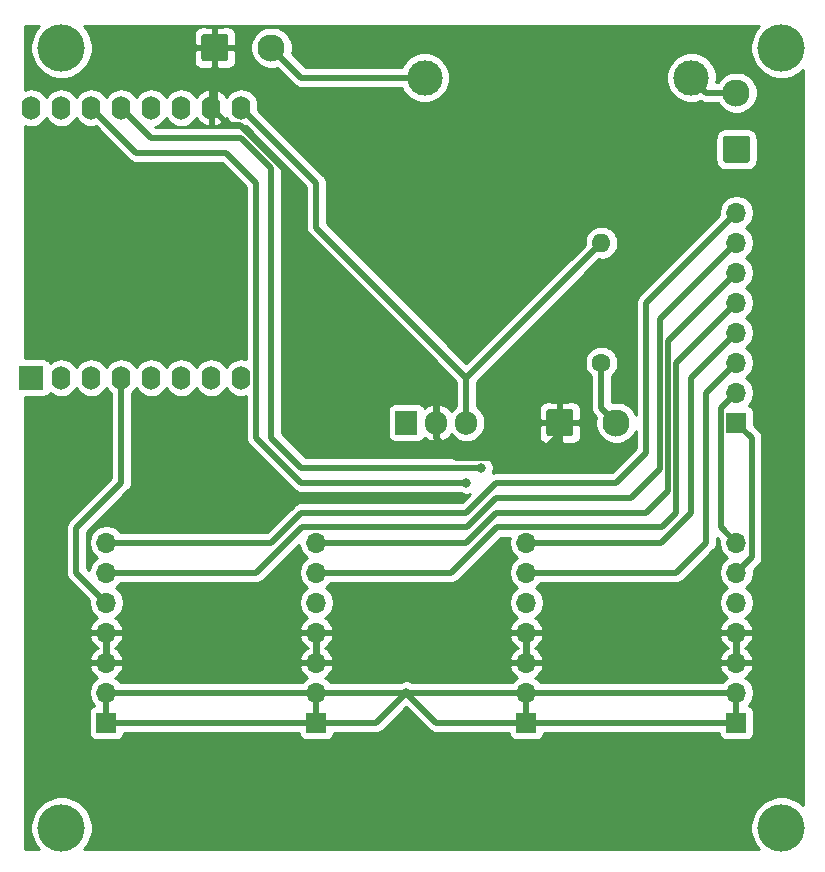
<source format=gbr>
%TF.GenerationSoftware,KiCad,Pcbnew,(5.1.10)-1*%
%TF.CreationDate,2021-07-27T21:20:26+02:00*%
%TF.ProjectId,LEDBeam,4c454442-6561-46d2-9e6b-696361645f70,rev?*%
%TF.SameCoordinates,Original*%
%TF.FileFunction,Copper,L2,Bot*%
%TF.FilePolarity,Positive*%
%FSLAX46Y46*%
G04 Gerber Fmt 4.6, Leading zero omitted, Abs format (unit mm)*
G04 Created by KiCad (PCBNEW (5.1.10)-1) date 2021-07-27 21:20:26*
%MOMM*%
%LPD*%
G01*
G04 APERTURE LIST*
%TA.AperFunction,ComponentPad*%
%ADD10O,1.600000X1.600000*%
%TD*%
%TA.AperFunction,ComponentPad*%
%ADD11C,1.600000*%
%TD*%
%TA.AperFunction,ComponentPad*%
%ADD12O,1.700000X1.700000*%
%TD*%
%TA.AperFunction,ComponentPad*%
%ADD13R,1.700000X1.700000*%
%TD*%
%TA.AperFunction,ComponentPad*%
%ADD14O,1.905000X2.000000*%
%TD*%
%TA.AperFunction,ComponentPad*%
%ADD15R,1.905000X2.000000*%
%TD*%
%TA.AperFunction,ComponentPad*%
%ADD16O,1.600000X2.000000*%
%TD*%
%TA.AperFunction,ComponentPad*%
%ADD17R,2.000000X2.000000*%
%TD*%
%TA.AperFunction,ComponentPad*%
%ADD18C,2.300000*%
%TD*%
%TA.AperFunction,ComponentPad*%
%ADD19C,3.000000*%
%TD*%
%TA.AperFunction,ViaPad*%
%ADD20C,4.000000*%
%TD*%
%TA.AperFunction,ViaPad*%
%ADD21C,0.800000*%
%TD*%
%TA.AperFunction,Conductor*%
%ADD22C,0.500000*%
%TD*%
%TA.AperFunction,Conductor*%
%ADD23C,0.254000*%
%TD*%
%TA.AperFunction,Conductor*%
%ADD24C,0.100000*%
%TD*%
G04 APERTURE END LIST*
D10*
%TO.P,R1,2*%
%TO.N,5V*%
X59690000Y-63500000D03*
D11*
%TO.P,R1,1*%
%TO.N,Net-(J3-Pad2)*%
X59690000Y-73660000D03*
%TD*%
D12*
%TO.P,U6,7*%
%TO.N,W-*%
X17780000Y-88900000D03*
%TO.P,U6,6*%
%TO.N,W+*%
X17780000Y-91440000D03*
%TO.P,U6,5*%
%TO.N,W_PWM*%
X17780000Y-93980000D03*
%TO.P,U6,4*%
%TO.N,GND*%
X17780000Y-96520000D03*
%TO.P,U6,3*%
X17780000Y-99060000D03*
%TO.P,U6,2*%
%TO.N,24V*%
X17780000Y-101600000D03*
D13*
%TO.P,U6,1*%
X17780000Y-104140000D03*
%TD*%
D12*
%TO.P,U5,7*%
%TO.N,B-*%
X35560000Y-88900000D03*
%TO.P,U5,6*%
%TO.N,B+*%
X35560000Y-91440000D03*
%TO.P,U5,5*%
%TO.N,B_PWM*%
X35560000Y-93980000D03*
%TO.P,U5,4*%
%TO.N,GND*%
X35560000Y-96520000D03*
%TO.P,U5,3*%
X35560000Y-99060000D03*
%TO.P,U5,2*%
%TO.N,24V*%
X35560000Y-101600000D03*
D13*
%TO.P,U5,1*%
X35560000Y-104140000D03*
%TD*%
D14*
%TO.P,U4,3*%
%TO.N,5V*%
X48260000Y-78740000D03*
%TO.P,U4,2*%
%TO.N,GND*%
X45720000Y-78740000D03*
D15*
%TO.P,U4,1*%
%TO.N,24V*%
X43180000Y-78740000D03*
%TD*%
D12*
%TO.P,U3,7*%
%TO.N,G-*%
X53340000Y-88900000D03*
%TO.P,U3,6*%
%TO.N,G+*%
X53340000Y-91440000D03*
%TO.P,U3,5*%
%TO.N,G_PWM*%
X53340000Y-93980000D03*
%TO.P,U3,4*%
%TO.N,GND*%
X53340000Y-96520000D03*
%TO.P,U3,3*%
X53340000Y-99060000D03*
%TO.P,U3,2*%
%TO.N,24V*%
X53340000Y-101600000D03*
D13*
%TO.P,U3,1*%
X53340000Y-104140000D03*
%TD*%
D12*
%TO.P,U2,7*%
%TO.N,R-*%
X71120000Y-88900000D03*
%TO.P,U2,6*%
%TO.N,R+*%
X71120000Y-91440000D03*
%TO.P,U2,5*%
%TO.N,R_PWM*%
X71120000Y-93980000D03*
%TO.P,U2,4*%
%TO.N,GND*%
X71120000Y-96520000D03*
%TO.P,U2,3*%
X71120000Y-99060000D03*
%TO.P,U2,2*%
%TO.N,24V*%
X71120000Y-101600000D03*
D13*
%TO.P,U2,1*%
X71120000Y-104140000D03*
%TD*%
D16*
%TO.P,U1,16*%
%TO.N,Net-(U1-Pad16)*%
X11430000Y-52070000D03*
%TO.P,U1,15*%
%TO.N,Net-(U1-Pad15)*%
X13970000Y-52070000D03*
%TO.P,U1,14*%
%TO.N,G_PWM*%
X16510000Y-52070000D03*
%TO.P,U1,13*%
%TO.N,R_PWM*%
X19050000Y-52070000D03*
%TO.P,U1,12*%
%TO.N,Net-(U1-Pad12)*%
X21590000Y-52070000D03*
%TO.P,U1,11*%
%TO.N,Net-(U1-Pad11)*%
X24130000Y-52070000D03*
%TO.P,U1,10*%
%TO.N,GND*%
X26670000Y-52070000D03*
%TO.P,U1,9*%
%TO.N,5V*%
X29210000Y-52070000D03*
%TO.P,U1,8*%
%TO.N,Net-(U1-Pad8)*%
X29210000Y-74930000D03*
%TO.P,U1,7*%
%TO.N,Net-(U1-Pad7)*%
X26670000Y-74930000D03*
%TO.P,U1,6*%
%TO.N,Net-(U1-Pad6)*%
X24130000Y-74930000D03*
%TO.P,U1,5*%
%TO.N,B_PWM*%
X21590000Y-74930000D03*
%TO.P,U1,4*%
%TO.N,W_PWM*%
X19050000Y-74930000D03*
%TO.P,U1,3*%
%TO.N,Net-(U1-Pad3)*%
X16510000Y-74930000D03*
D17*
%TO.P,U1,1*%
%TO.N,Net-(U1-Pad1)*%
X11430000Y-74930000D03*
D16*
%TO.P,U1,2*%
%TO.N,Net-(U1-Pad2)*%
X13970000Y-74930000D03*
%TD*%
%TO.P,J3,1*%
%TO.N,GND*%
%TA.AperFunction,ComponentPad*%
G36*
G01*
X55010000Y-79640000D02*
X55010000Y-77840000D01*
G75*
G02*
X55260000Y-77590000I250000J0D01*
G01*
X57060000Y-77590000D01*
G75*
G02*
X57310000Y-77840000I0J-250000D01*
G01*
X57310000Y-79640000D01*
G75*
G02*
X57060000Y-79890000I-250000J0D01*
G01*
X55260000Y-79890000D01*
G75*
G02*
X55010000Y-79640000I0J250000D01*
G01*
G37*
%TD.AperFunction*%
D18*
%TO.P,J3,2*%
%TO.N,Net-(J3-Pad2)*%
X60960000Y-78740000D03*
%TD*%
%TO.P,J2,2*%
%TO.N,Net-(F1-Pad1)*%
X71120000Y-50800000D03*
%TO.P,J2,1*%
%TO.N,24V*%
%TA.AperFunction,ComponentPad*%
G36*
G01*
X72020000Y-56750000D02*
X70220000Y-56750000D01*
G75*
G02*
X69970000Y-56500000I0J250000D01*
G01*
X69970000Y-54700000D01*
G75*
G02*
X70220000Y-54450000I250000J0D01*
G01*
X72020000Y-54450000D01*
G75*
G02*
X72270000Y-54700000I0J-250000D01*
G01*
X72270000Y-56500000D01*
G75*
G02*
X72020000Y-56750000I-250000J0D01*
G01*
G37*
%TD.AperFunction*%
%TD*%
%TO.P,J1,2*%
%TO.N,Net-(F1-Pad2)*%
X31750000Y-46990000D03*
%TO.P,J1,1*%
%TO.N,GND*%
%TA.AperFunction,ComponentPad*%
G36*
G01*
X25800000Y-47890000D02*
X25800000Y-46090000D01*
G75*
G02*
X26050000Y-45840000I250000J0D01*
G01*
X27850000Y-45840000D01*
G75*
G02*
X28100000Y-46090000I0J-250000D01*
G01*
X28100000Y-47890000D01*
G75*
G02*
X27850000Y-48140000I-250000J0D01*
G01*
X26050000Y-48140000D01*
G75*
G02*
X25800000Y-47890000I0J250000D01*
G01*
G37*
%TD.AperFunction*%
%TD*%
D19*
%TO.P,F1,2*%
%TO.N,Net-(F1-Pad2)*%
X44710000Y-49530000D03*
%TO.P,F1,1*%
%TO.N,Net-(F1-Pad1)*%
X67310000Y-49530000D03*
%TD*%
D12*
%TO.P,D1,8*%
%TO.N,W-*%
X71120000Y-60960000D03*
%TO.P,D1,7*%
%TO.N,W+*%
X71120000Y-63500000D03*
%TO.P,D1,6*%
%TO.N,B-*%
X71120000Y-66040000D03*
%TO.P,D1,5*%
%TO.N,B+*%
X71120000Y-68580000D03*
%TO.P,D1,4*%
%TO.N,G-*%
X71120000Y-71120000D03*
%TO.P,D1,3*%
%TO.N,G+*%
X71120000Y-73660000D03*
%TO.P,D1,2*%
%TO.N,R-*%
X71120000Y-76200000D03*
D13*
%TO.P,D1,1*%
%TO.N,R+*%
X71120000Y-78740000D03*
%TD*%
D20*
%TO.N,*%
X74930000Y-46990000D03*
X74930000Y-113030000D03*
X13970000Y-113030000D03*
X13970000Y-46990000D03*
D21*
%TO.N,GND*%
X45720000Y-96520000D03*
X19050000Y-68580000D03*
X29210000Y-82550000D03*
X21590000Y-86360000D03*
X50800000Y-90170000D03*
%TO.N,24V*%
X43180000Y-101600000D03*
%TO.N,R_PWM*%
X49530000Y-82550000D03*
%TO.N,G_PWM*%
X48260000Y-83820000D03*
%TD*%
D22*
%TO.N,W+*%
X17780000Y-91440000D02*
X30480000Y-91440000D01*
X34320001Y-87599999D02*
X48290001Y-87599999D01*
X30480000Y-91440000D02*
X34320001Y-87599999D01*
X48290001Y-87599999D02*
X50800000Y-85090000D01*
X62230000Y-85090000D02*
X64639980Y-82680020D01*
X50800000Y-85090000D02*
X62230000Y-85090000D01*
X64639980Y-69980020D02*
X71120000Y-63500000D01*
X64639980Y-82680020D02*
X64639980Y-69980020D01*
%TO.N,W-*%
X17780000Y-88900000D02*
X31750000Y-88900000D01*
X31750000Y-88900000D02*
X34290000Y-86360000D01*
X34290000Y-86360000D02*
X48260000Y-86360000D01*
X48260000Y-86360000D02*
X50800000Y-83820000D01*
X50800000Y-83820000D02*
X60960000Y-83820000D01*
X60960000Y-83820000D02*
X63500000Y-81280000D01*
X63500000Y-68580000D02*
X71120000Y-60960000D01*
X63500000Y-81280000D02*
X63500000Y-68580000D01*
%TO.N,B+*%
X35560000Y-91440000D02*
X46990000Y-91440000D01*
X50830001Y-87599999D02*
X64800001Y-87599999D01*
X46990000Y-91440000D02*
X50830001Y-87599999D01*
X64800001Y-87599999D02*
X66040000Y-86360000D01*
X66040000Y-73660000D02*
X71120000Y-68580000D01*
X66040000Y-86360000D02*
X66040000Y-73660000D01*
%TO.N,B-*%
X35560000Y-88900000D02*
X48260000Y-88900000D01*
X48260000Y-88900000D02*
X50800000Y-86360000D01*
X50800000Y-86360000D02*
X63500000Y-86360000D01*
X65339990Y-71820010D02*
X71120000Y-66040000D01*
X65339990Y-84520010D02*
X65339990Y-71820010D01*
X63500000Y-86360000D02*
X65339990Y-84520010D01*
%TO.N,G+*%
X68580000Y-76200000D02*
X71120000Y-73660000D01*
X68580000Y-88900000D02*
X68580000Y-76200000D01*
X66040000Y-91440000D02*
X68580000Y-88900000D01*
X53340000Y-91440000D02*
X66040000Y-91440000D01*
%TO.N,G-*%
X67310000Y-74930000D02*
X71120000Y-71120000D01*
X67310000Y-86360000D02*
X67310000Y-74930000D01*
X64770000Y-88900000D02*
X67310000Y-86360000D01*
X53340000Y-88900000D02*
X64770000Y-88900000D01*
%TO.N,R+*%
X72420001Y-80040001D02*
X71120000Y-78740000D01*
X72420001Y-90139999D02*
X72420001Y-80040001D01*
X71120000Y-91440000D02*
X72420001Y-90139999D01*
%TO.N,R-*%
X69819999Y-77500001D02*
X71120000Y-76200000D01*
X69819999Y-87599999D02*
X69819999Y-77500001D01*
X71120000Y-88900000D02*
X69819999Y-87599999D01*
%TO.N,Net-(F1-Pad2)*%
X34290000Y-49530000D02*
X31750000Y-46990000D01*
X44710000Y-49530000D02*
X34290000Y-49530000D01*
%TO.N,Net-(F1-Pad1)*%
X68580000Y-50800000D02*
X67310000Y-49530000D01*
X71120000Y-50800000D02*
X68580000Y-50800000D01*
%TO.N,GND*%
X71120000Y-96520000D02*
X45720000Y-96520000D01*
X17780000Y-96520000D02*
X17780000Y-99060000D01*
X35560000Y-96520000D02*
X35560000Y-99060000D01*
X53340000Y-96520000D02*
X53340000Y-99060000D01*
X71120000Y-96520000D02*
X71120000Y-99060000D01*
X45720000Y-78740000D02*
X45720000Y-80010000D01*
X47409999Y-81699999D02*
X54190001Y-81699999D01*
X45720000Y-80010000D02*
X47409999Y-81699999D01*
X56160000Y-79730000D02*
X56160000Y-78740000D01*
X54190001Y-81699999D02*
X56160000Y-79730000D01*
X45720000Y-78740000D02*
X45720000Y-73660000D01*
X45720000Y-73660000D02*
X34290000Y-62230000D01*
X34290000Y-62230000D02*
X34290000Y-58700037D01*
X29109973Y-53520010D02*
X28120010Y-53520010D01*
X34290000Y-58700037D02*
X29109973Y-53520010D01*
X28120010Y-53520010D02*
X26670000Y-52070000D01*
X26950000Y-51790000D02*
X26670000Y-52070000D01*
X26950000Y-46990000D02*
X26950000Y-51790000D01*
X45720000Y-96520000D02*
X17780000Y-96520000D01*
X71120000Y-99060000D02*
X53340000Y-99060000D01*
X48260000Y-99060000D02*
X45720000Y-96520000D01*
X53340000Y-99060000D02*
X48260000Y-99060000D01*
X43180000Y-99060000D02*
X45720000Y-96520000D01*
X35560000Y-99060000D02*
X43180000Y-99060000D01*
X35560000Y-99060000D02*
X17780000Y-99060000D01*
%TO.N,24V*%
X17780000Y-101600000D02*
X71120000Y-101600000D01*
X71120000Y-101600000D02*
X71120000Y-104140000D01*
X53340000Y-101600000D02*
X53340000Y-104140000D01*
X35560000Y-104140000D02*
X35560000Y-101600000D01*
X17780000Y-104140000D02*
X17780000Y-101600000D01*
X71120000Y-104140000D02*
X53340000Y-104140000D01*
X35560000Y-104140000D02*
X17780000Y-104140000D01*
X35560000Y-104140000D02*
X40640000Y-104140000D01*
X40640000Y-104140000D02*
X43180000Y-101600000D01*
X53340000Y-104140000D02*
X45720000Y-104140000D01*
X45720000Y-104140000D02*
X43180000Y-101600000D01*
%TO.N,Net-(J3-Pad2)*%
X59690000Y-77470000D02*
X60960000Y-78740000D01*
X59690000Y-73660000D02*
X59690000Y-77470000D01*
%TO.N,5V*%
X35560000Y-58420000D02*
X29210000Y-52070000D01*
X35560000Y-62230000D02*
X35560000Y-58420000D01*
X48260000Y-74930000D02*
X35560000Y-62230000D01*
X48260000Y-78740000D02*
X48260000Y-74930000D01*
X48260000Y-74930000D02*
X59690000Y-63500000D01*
%TO.N,R_PWM*%
X19050000Y-52070000D02*
X21590000Y-54610000D01*
X21590000Y-54610000D02*
X29210000Y-54610000D01*
X29210000Y-54610000D02*
X31750000Y-57150000D01*
X31750000Y-57150000D02*
X31750000Y-80010000D01*
X31750000Y-80010000D02*
X34290000Y-82550000D01*
X34290000Y-82550000D02*
X44450000Y-82550000D01*
X44450000Y-82550000D02*
X48260000Y-82550000D01*
X48260000Y-82550000D02*
X49530000Y-82550000D01*
%TO.N,G_PWM*%
X16510000Y-52070000D02*
X20320000Y-55880000D01*
X20320000Y-55880000D02*
X27940000Y-55880000D01*
X27940000Y-55880000D02*
X30480000Y-58420000D01*
X30480000Y-58420000D02*
X30480000Y-80010000D01*
X34290000Y-83820000D02*
X48260000Y-83820000D01*
X30480000Y-80010000D02*
X34290000Y-83820000D01*
%TO.N,W_PWM*%
X15240000Y-87630000D02*
X15240000Y-91440000D01*
X15240000Y-91440000D02*
X17780000Y-93980000D01*
X19050000Y-83820000D02*
X15240000Y-87630000D01*
X19050000Y-74930000D02*
X19050000Y-83820000D01*
%TD*%
D23*
%TO.N,GND*%
X11923262Y-45310285D02*
X11634893Y-45741859D01*
X11436261Y-46221399D01*
X11335000Y-46730475D01*
X11335000Y-47249525D01*
X11436261Y-47758601D01*
X11634893Y-48238141D01*
X11923262Y-48669715D01*
X12290285Y-49036738D01*
X12721859Y-49325107D01*
X13201399Y-49523739D01*
X13710475Y-49625000D01*
X14229525Y-49625000D01*
X14738601Y-49523739D01*
X15218141Y-49325107D01*
X15649715Y-49036738D01*
X16016738Y-48669715D01*
X16305107Y-48238141D01*
X16345758Y-48140000D01*
X25161928Y-48140000D01*
X25174188Y-48264482D01*
X25210498Y-48384180D01*
X25269463Y-48494494D01*
X25348815Y-48591185D01*
X25445506Y-48670537D01*
X25555820Y-48729502D01*
X25675518Y-48765812D01*
X25800000Y-48778072D01*
X26664250Y-48775000D01*
X26823000Y-48616250D01*
X26823000Y-47117000D01*
X27077000Y-47117000D01*
X27077000Y-48616250D01*
X27235750Y-48775000D01*
X28100000Y-48778072D01*
X28224482Y-48765812D01*
X28344180Y-48729502D01*
X28454494Y-48670537D01*
X28551185Y-48591185D01*
X28630537Y-48494494D01*
X28689502Y-48384180D01*
X28725812Y-48264482D01*
X28738072Y-48140000D01*
X28735000Y-47275750D01*
X28576250Y-47117000D01*
X27077000Y-47117000D01*
X26823000Y-47117000D01*
X25323750Y-47117000D01*
X25165000Y-47275750D01*
X25161928Y-48140000D01*
X16345758Y-48140000D01*
X16503739Y-47758601D01*
X16605000Y-47249525D01*
X16605000Y-46730475D01*
X16503739Y-46221399D01*
X16345759Y-45840000D01*
X25161928Y-45840000D01*
X25165000Y-46704250D01*
X25323750Y-46863000D01*
X26823000Y-46863000D01*
X26823000Y-45363750D01*
X27077000Y-45363750D01*
X27077000Y-46863000D01*
X28576250Y-46863000D01*
X28625057Y-46814193D01*
X29965000Y-46814193D01*
X29965000Y-47165807D01*
X30033596Y-47510665D01*
X30168153Y-47835515D01*
X30363500Y-48127871D01*
X30612129Y-48376500D01*
X30904485Y-48571847D01*
X31229335Y-48706404D01*
X31574193Y-48775000D01*
X31925807Y-48775000D01*
X32224090Y-48715668D01*
X33633470Y-50125049D01*
X33661183Y-50158817D01*
X33694951Y-50186530D01*
X33694953Y-50186532D01*
X33717399Y-50204953D01*
X33795941Y-50269411D01*
X33949687Y-50351589D01*
X34116510Y-50402195D01*
X34246523Y-50415000D01*
X34246533Y-50415000D01*
X34289999Y-50419281D01*
X34333465Y-50415000D01*
X42765672Y-50415000D01*
X42817988Y-50541302D01*
X43051637Y-50890983D01*
X43349017Y-51188363D01*
X43698698Y-51422012D01*
X44087244Y-51582953D01*
X44499721Y-51665000D01*
X44920279Y-51665000D01*
X45332756Y-51582953D01*
X45721302Y-51422012D01*
X46070983Y-51188363D01*
X46368363Y-50890983D01*
X46602012Y-50541302D01*
X46762953Y-50152756D01*
X46845000Y-49740279D01*
X46845000Y-49319721D01*
X65175000Y-49319721D01*
X65175000Y-49740279D01*
X65257047Y-50152756D01*
X65417988Y-50541302D01*
X65651637Y-50890983D01*
X65949017Y-51188363D01*
X66298698Y-51422012D01*
X66687244Y-51582953D01*
X67099721Y-51665000D01*
X67520279Y-51665000D01*
X67932756Y-51582953D01*
X68069819Y-51526180D01*
X68085941Y-51539411D01*
X68239687Y-51621589D01*
X68406510Y-51672195D01*
X68536523Y-51685000D01*
X68536533Y-51685000D01*
X68579999Y-51689281D01*
X68623465Y-51685000D01*
X69564536Y-51685000D01*
X69733500Y-51937871D01*
X69982129Y-52186500D01*
X70274485Y-52381847D01*
X70599335Y-52516404D01*
X70944193Y-52585000D01*
X71295807Y-52585000D01*
X71640665Y-52516404D01*
X71965515Y-52381847D01*
X72257871Y-52186500D01*
X72506500Y-51937871D01*
X72701847Y-51645515D01*
X72836404Y-51320665D01*
X72905000Y-50975807D01*
X72905000Y-50624193D01*
X72836404Y-50279335D01*
X72701847Y-49954485D01*
X72506500Y-49662129D01*
X72257871Y-49413500D01*
X71965515Y-49218153D01*
X71640665Y-49083596D01*
X71295807Y-49015000D01*
X70944193Y-49015000D01*
X70599335Y-49083596D01*
X70274485Y-49218153D01*
X69982129Y-49413500D01*
X69733500Y-49662129D01*
X69564536Y-49915000D01*
X69410246Y-49915000D01*
X69445000Y-49740279D01*
X69445000Y-49319721D01*
X69362953Y-48907244D01*
X69202012Y-48518698D01*
X68968363Y-48169017D01*
X68670983Y-47871637D01*
X68321302Y-47637988D01*
X67932756Y-47477047D01*
X67520279Y-47395000D01*
X67099721Y-47395000D01*
X66687244Y-47477047D01*
X66298698Y-47637988D01*
X65949017Y-47871637D01*
X65651637Y-48169017D01*
X65417988Y-48518698D01*
X65257047Y-48907244D01*
X65175000Y-49319721D01*
X46845000Y-49319721D01*
X46762953Y-48907244D01*
X46602012Y-48518698D01*
X46368363Y-48169017D01*
X46070983Y-47871637D01*
X45721302Y-47637988D01*
X45332756Y-47477047D01*
X44920279Y-47395000D01*
X44499721Y-47395000D01*
X44087244Y-47477047D01*
X43698698Y-47637988D01*
X43349017Y-47871637D01*
X43051637Y-48169017D01*
X42817988Y-48518698D01*
X42765672Y-48645000D01*
X34656579Y-48645000D01*
X33475668Y-47464090D01*
X33535000Y-47165807D01*
X33535000Y-46814193D01*
X33466404Y-46469335D01*
X33331847Y-46144485D01*
X33136500Y-45852129D01*
X32887871Y-45603500D01*
X32595515Y-45408153D01*
X32270665Y-45273596D01*
X31925807Y-45205000D01*
X31574193Y-45205000D01*
X31229335Y-45273596D01*
X30904485Y-45408153D01*
X30612129Y-45603500D01*
X30363500Y-45852129D01*
X30168153Y-46144485D01*
X30033596Y-46469335D01*
X29965000Y-46814193D01*
X28625057Y-46814193D01*
X28735000Y-46704250D01*
X28738072Y-45840000D01*
X28725812Y-45715518D01*
X28689502Y-45595820D01*
X28630537Y-45485506D01*
X28551185Y-45388815D01*
X28454494Y-45309463D01*
X28344180Y-45250498D01*
X28224482Y-45214188D01*
X28100000Y-45201928D01*
X27235750Y-45205000D01*
X27077000Y-45363750D01*
X26823000Y-45363750D01*
X26664250Y-45205000D01*
X25800000Y-45201928D01*
X25675518Y-45214188D01*
X25555820Y-45250498D01*
X25445506Y-45309463D01*
X25348815Y-45388815D01*
X25269463Y-45485506D01*
X25210498Y-45595820D01*
X25174188Y-45715518D01*
X25161928Y-45840000D01*
X16345759Y-45840000D01*
X16305107Y-45741859D01*
X16016738Y-45310285D01*
X15866453Y-45160000D01*
X73033547Y-45160000D01*
X72883262Y-45310285D01*
X72594893Y-45741859D01*
X72396261Y-46221399D01*
X72295000Y-46730475D01*
X72295000Y-47249525D01*
X72396261Y-47758601D01*
X72594893Y-48238141D01*
X72883262Y-48669715D01*
X73250285Y-49036738D01*
X73681859Y-49325107D01*
X74161399Y-49523739D01*
X74670475Y-49625000D01*
X75189525Y-49625000D01*
X75698601Y-49523739D01*
X76178141Y-49325107D01*
X76609715Y-49036738D01*
X76760000Y-48886453D01*
X76760001Y-111133548D01*
X76609715Y-110983262D01*
X76178141Y-110694893D01*
X75698601Y-110496261D01*
X75189525Y-110395000D01*
X74670475Y-110395000D01*
X74161399Y-110496261D01*
X73681859Y-110694893D01*
X73250285Y-110983262D01*
X72883262Y-111350285D01*
X72594893Y-111781859D01*
X72396261Y-112261399D01*
X72295000Y-112770475D01*
X72295000Y-113289525D01*
X72396261Y-113798601D01*
X72594893Y-114278141D01*
X72883262Y-114709715D01*
X73033547Y-114860000D01*
X15866453Y-114860000D01*
X16016738Y-114709715D01*
X16305107Y-114278141D01*
X16503739Y-113798601D01*
X16605000Y-113289525D01*
X16605000Y-112770475D01*
X16503739Y-112261399D01*
X16305107Y-111781859D01*
X16016738Y-111350285D01*
X15649715Y-110983262D01*
X15218141Y-110694893D01*
X14738601Y-110496261D01*
X14229525Y-110395000D01*
X13710475Y-110395000D01*
X13201399Y-110496261D01*
X12721859Y-110694893D01*
X12290285Y-110983262D01*
X11923262Y-111350285D01*
X11634893Y-111781859D01*
X11436261Y-112261399D01*
X11335000Y-112770475D01*
X11335000Y-113289525D01*
X11436261Y-113798601D01*
X11634893Y-114278141D01*
X11923262Y-114709715D01*
X12073547Y-114860000D01*
X10870000Y-114860000D01*
X10870000Y-103290000D01*
X16291928Y-103290000D01*
X16291928Y-104990000D01*
X16304188Y-105114482D01*
X16340498Y-105234180D01*
X16399463Y-105344494D01*
X16478815Y-105441185D01*
X16575506Y-105520537D01*
X16685820Y-105579502D01*
X16805518Y-105615812D01*
X16930000Y-105628072D01*
X18630000Y-105628072D01*
X18754482Y-105615812D01*
X18874180Y-105579502D01*
X18984494Y-105520537D01*
X19081185Y-105441185D01*
X19160537Y-105344494D01*
X19219502Y-105234180D01*
X19255812Y-105114482D01*
X19264625Y-105025000D01*
X34075375Y-105025000D01*
X34084188Y-105114482D01*
X34120498Y-105234180D01*
X34179463Y-105344494D01*
X34258815Y-105441185D01*
X34355506Y-105520537D01*
X34465820Y-105579502D01*
X34585518Y-105615812D01*
X34710000Y-105628072D01*
X36410000Y-105628072D01*
X36534482Y-105615812D01*
X36654180Y-105579502D01*
X36764494Y-105520537D01*
X36861185Y-105441185D01*
X36940537Y-105344494D01*
X36999502Y-105234180D01*
X37035812Y-105114482D01*
X37044625Y-105025000D01*
X40596531Y-105025000D01*
X40640000Y-105029281D01*
X40683469Y-105025000D01*
X40683477Y-105025000D01*
X40813490Y-105012195D01*
X40980313Y-104961589D01*
X41134059Y-104879411D01*
X41268817Y-104768817D01*
X41296534Y-104735044D01*
X43180000Y-102851579D01*
X45063470Y-104735049D01*
X45091183Y-104768817D01*
X45124951Y-104796530D01*
X45124953Y-104796532D01*
X45196452Y-104855210D01*
X45225941Y-104879411D01*
X45379687Y-104961589D01*
X45546510Y-105012195D01*
X45676523Y-105025000D01*
X45676533Y-105025000D01*
X45719999Y-105029281D01*
X45763465Y-105025000D01*
X51855375Y-105025000D01*
X51864188Y-105114482D01*
X51900498Y-105234180D01*
X51959463Y-105344494D01*
X52038815Y-105441185D01*
X52135506Y-105520537D01*
X52245820Y-105579502D01*
X52365518Y-105615812D01*
X52490000Y-105628072D01*
X54190000Y-105628072D01*
X54314482Y-105615812D01*
X54434180Y-105579502D01*
X54544494Y-105520537D01*
X54641185Y-105441185D01*
X54720537Y-105344494D01*
X54779502Y-105234180D01*
X54815812Y-105114482D01*
X54824625Y-105025000D01*
X69635375Y-105025000D01*
X69644188Y-105114482D01*
X69680498Y-105234180D01*
X69739463Y-105344494D01*
X69818815Y-105441185D01*
X69915506Y-105520537D01*
X70025820Y-105579502D01*
X70145518Y-105615812D01*
X70270000Y-105628072D01*
X71970000Y-105628072D01*
X72094482Y-105615812D01*
X72214180Y-105579502D01*
X72324494Y-105520537D01*
X72421185Y-105441185D01*
X72500537Y-105344494D01*
X72559502Y-105234180D01*
X72595812Y-105114482D01*
X72608072Y-104990000D01*
X72608072Y-103290000D01*
X72595812Y-103165518D01*
X72559502Y-103045820D01*
X72500537Y-102935506D01*
X72421185Y-102838815D01*
X72324494Y-102759463D01*
X72214180Y-102700498D01*
X72141620Y-102678487D01*
X72273475Y-102546632D01*
X72435990Y-102303411D01*
X72547932Y-102033158D01*
X72605000Y-101746260D01*
X72605000Y-101453740D01*
X72547932Y-101166842D01*
X72435990Y-100896589D01*
X72273475Y-100653368D01*
X72066632Y-100446525D01*
X71884466Y-100324805D01*
X72001355Y-100255178D01*
X72217588Y-100060269D01*
X72391641Y-99826920D01*
X72516825Y-99564099D01*
X72561476Y-99416890D01*
X72440155Y-99187000D01*
X71247000Y-99187000D01*
X71247000Y-99207000D01*
X70993000Y-99207000D01*
X70993000Y-99187000D01*
X69799845Y-99187000D01*
X69678524Y-99416890D01*
X69723175Y-99564099D01*
X69848359Y-99826920D01*
X70022412Y-100060269D01*
X70238645Y-100255178D01*
X70355534Y-100324805D01*
X70173368Y-100446525D01*
X69966525Y-100653368D01*
X69925344Y-100715000D01*
X54534656Y-100715000D01*
X54493475Y-100653368D01*
X54286632Y-100446525D01*
X54104466Y-100324805D01*
X54221355Y-100255178D01*
X54437588Y-100060269D01*
X54611641Y-99826920D01*
X54736825Y-99564099D01*
X54781476Y-99416890D01*
X54660155Y-99187000D01*
X53467000Y-99187000D01*
X53467000Y-99207000D01*
X53213000Y-99207000D01*
X53213000Y-99187000D01*
X52019845Y-99187000D01*
X51898524Y-99416890D01*
X51943175Y-99564099D01*
X52068359Y-99826920D01*
X52242412Y-100060269D01*
X52458645Y-100255178D01*
X52575534Y-100324805D01*
X52393368Y-100446525D01*
X52186525Y-100653368D01*
X52145344Y-100715000D01*
X43718454Y-100715000D01*
X43670256Y-100682795D01*
X43481898Y-100604774D01*
X43281939Y-100565000D01*
X43078061Y-100565000D01*
X42878102Y-100604774D01*
X42689744Y-100682795D01*
X42641546Y-100715000D01*
X36754656Y-100715000D01*
X36713475Y-100653368D01*
X36506632Y-100446525D01*
X36324466Y-100324805D01*
X36441355Y-100255178D01*
X36657588Y-100060269D01*
X36831641Y-99826920D01*
X36956825Y-99564099D01*
X37001476Y-99416890D01*
X36880155Y-99187000D01*
X35687000Y-99187000D01*
X35687000Y-99207000D01*
X35433000Y-99207000D01*
X35433000Y-99187000D01*
X34239845Y-99187000D01*
X34118524Y-99416890D01*
X34163175Y-99564099D01*
X34288359Y-99826920D01*
X34462412Y-100060269D01*
X34678645Y-100255178D01*
X34795534Y-100324805D01*
X34613368Y-100446525D01*
X34406525Y-100653368D01*
X34365344Y-100715000D01*
X18974656Y-100715000D01*
X18933475Y-100653368D01*
X18726632Y-100446525D01*
X18544466Y-100324805D01*
X18661355Y-100255178D01*
X18877588Y-100060269D01*
X19051641Y-99826920D01*
X19176825Y-99564099D01*
X19221476Y-99416890D01*
X19100155Y-99187000D01*
X17907000Y-99187000D01*
X17907000Y-99207000D01*
X17653000Y-99207000D01*
X17653000Y-99187000D01*
X16459845Y-99187000D01*
X16338524Y-99416890D01*
X16383175Y-99564099D01*
X16508359Y-99826920D01*
X16682412Y-100060269D01*
X16898645Y-100255178D01*
X17015534Y-100324805D01*
X16833368Y-100446525D01*
X16626525Y-100653368D01*
X16464010Y-100896589D01*
X16352068Y-101166842D01*
X16295000Y-101453740D01*
X16295000Y-101746260D01*
X16352068Y-102033158D01*
X16464010Y-102303411D01*
X16626525Y-102546632D01*
X16758380Y-102678487D01*
X16685820Y-102700498D01*
X16575506Y-102759463D01*
X16478815Y-102838815D01*
X16399463Y-102935506D01*
X16340498Y-103045820D01*
X16304188Y-103165518D01*
X16291928Y-103290000D01*
X10870000Y-103290000D01*
X10870000Y-96876890D01*
X16338524Y-96876890D01*
X16383175Y-97024099D01*
X16508359Y-97286920D01*
X16682412Y-97520269D01*
X16898645Y-97715178D01*
X17024255Y-97790000D01*
X16898645Y-97864822D01*
X16682412Y-98059731D01*
X16508359Y-98293080D01*
X16383175Y-98555901D01*
X16338524Y-98703110D01*
X16459845Y-98933000D01*
X17653000Y-98933000D01*
X17653000Y-96647000D01*
X17907000Y-96647000D01*
X17907000Y-98933000D01*
X19100155Y-98933000D01*
X19221476Y-98703110D01*
X19176825Y-98555901D01*
X19051641Y-98293080D01*
X18877588Y-98059731D01*
X18661355Y-97864822D01*
X18535745Y-97790000D01*
X18661355Y-97715178D01*
X18877588Y-97520269D01*
X19051641Y-97286920D01*
X19176825Y-97024099D01*
X19221476Y-96876890D01*
X34118524Y-96876890D01*
X34163175Y-97024099D01*
X34288359Y-97286920D01*
X34462412Y-97520269D01*
X34678645Y-97715178D01*
X34804255Y-97790000D01*
X34678645Y-97864822D01*
X34462412Y-98059731D01*
X34288359Y-98293080D01*
X34163175Y-98555901D01*
X34118524Y-98703110D01*
X34239845Y-98933000D01*
X35433000Y-98933000D01*
X35433000Y-96647000D01*
X35687000Y-96647000D01*
X35687000Y-98933000D01*
X36880155Y-98933000D01*
X37001476Y-98703110D01*
X36956825Y-98555901D01*
X36831641Y-98293080D01*
X36657588Y-98059731D01*
X36441355Y-97864822D01*
X36315745Y-97790000D01*
X36441355Y-97715178D01*
X36657588Y-97520269D01*
X36831641Y-97286920D01*
X36956825Y-97024099D01*
X37001476Y-96876890D01*
X51898524Y-96876890D01*
X51943175Y-97024099D01*
X52068359Y-97286920D01*
X52242412Y-97520269D01*
X52458645Y-97715178D01*
X52584255Y-97790000D01*
X52458645Y-97864822D01*
X52242412Y-98059731D01*
X52068359Y-98293080D01*
X51943175Y-98555901D01*
X51898524Y-98703110D01*
X52019845Y-98933000D01*
X53213000Y-98933000D01*
X53213000Y-96647000D01*
X53467000Y-96647000D01*
X53467000Y-98933000D01*
X54660155Y-98933000D01*
X54781476Y-98703110D01*
X54736825Y-98555901D01*
X54611641Y-98293080D01*
X54437588Y-98059731D01*
X54221355Y-97864822D01*
X54095745Y-97790000D01*
X54221355Y-97715178D01*
X54437588Y-97520269D01*
X54611641Y-97286920D01*
X54736825Y-97024099D01*
X54781476Y-96876890D01*
X69678524Y-96876890D01*
X69723175Y-97024099D01*
X69848359Y-97286920D01*
X70022412Y-97520269D01*
X70238645Y-97715178D01*
X70364255Y-97790000D01*
X70238645Y-97864822D01*
X70022412Y-98059731D01*
X69848359Y-98293080D01*
X69723175Y-98555901D01*
X69678524Y-98703110D01*
X69799845Y-98933000D01*
X70993000Y-98933000D01*
X70993000Y-96647000D01*
X71247000Y-96647000D01*
X71247000Y-98933000D01*
X72440155Y-98933000D01*
X72561476Y-98703110D01*
X72516825Y-98555901D01*
X72391641Y-98293080D01*
X72217588Y-98059731D01*
X72001355Y-97864822D01*
X71875745Y-97790000D01*
X72001355Y-97715178D01*
X72217588Y-97520269D01*
X72391641Y-97286920D01*
X72516825Y-97024099D01*
X72561476Y-96876890D01*
X72440155Y-96647000D01*
X71247000Y-96647000D01*
X70993000Y-96647000D01*
X69799845Y-96647000D01*
X69678524Y-96876890D01*
X54781476Y-96876890D01*
X54660155Y-96647000D01*
X53467000Y-96647000D01*
X53213000Y-96647000D01*
X52019845Y-96647000D01*
X51898524Y-96876890D01*
X37001476Y-96876890D01*
X36880155Y-96647000D01*
X35687000Y-96647000D01*
X35433000Y-96647000D01*
X34239845Y-96647000D01*
X34118524Y-96876890D01*
X19221476Y-96876890D01*
X19100155Y-96647000D01*
X17907000Y-96647000D01*
X17653000Y-96647000D01*
X16459845Y-96647000D01*
X16338524Y-96876890D01*
X10870000Y-96876890D01*
X10870000Y-76568072D01*
X12430000Y-76568072D01*
X12554482Y-76555812D01*
X12674180Y-76519502D01*
X12784494Y-76460537D01*
X12881185Y-76381185D01*
X12960537Y-76284494D01*
X13007559Y-76196523D01*
X13168900Y-76328932D01*
X13418193Y-76462182D01*
X13688692Y-76544236D01*
X13970000Y-76571943D01*
X14251309Y-76544236D01*
X14521808Y-76462182D01*
X14771101Y-76328932D01*
X14989608Y-76149608D01*
X15168932Y-75931101D01*
X15240000Y-75798142D01*
X15311068Y-75931101D01*
X15490393Y-76149608D01*
X15708900Y-76328932D01*
X15958193Y-76462182D01*
X16228692Y-76544236D01*
X16510000Y-76571943D01*
X16791309Y-76544236D01*
X17061808Y-76462182D01*
X17311101Y-76328932D01*
X17529608Y-76149608D01*
X17708932Y-75931101D01*
X17780000Y-75798142D01*
X17851068Y-75931101D01*
X18030393Y-76149608D01*
X18165000Y-76260077D01*
X18165001Y-83453420D01*
X14644956Y-86973466D01*
X14611183Y-87001183D01*
X14500589Y-87135942D01*
X14418411Y-87289688D01*
X14367805Y-87456511D01*
X14355000Y-87586524D01*
X14355000Y-87586531D01*
X14350719Y-87630000D01*
X14355000Y-87673469D01*
X14355001Y-91396521D01*
X14350719Y-91440000D01*
X14367805Y-91613490D01*
X14418412Y-91780313D01*
X14500590Y-91934059D01*
X14583468Y-92035046D01*
X14583471Y-92035049D01*
X14611184Y-92068817D01*
X14644951Y-92096529D01*
X16309461Y-93761040D01*
X16295000Y-93833740D01*
X16295000Y-94126260D01*
X16352068Y-94413158D01*
X16464010Y-94683411D01*
X16626525Y-94926632D01*
X16833368Y-95133475D01*
X17015534Y-95255195D01*
X16898645Y-95324822D01*
X16682412Y-95519731D01*
X16508359Y-95753080D01*
X16383175Y-96015901D01*
X16338524Y-96163110D01*
X16459845Y-96393000D01*
X17653000Y-96393000D01*
X17653000Y-96373000D01*
X17907000Y-96373000D01*
X17907000Y-96393000D01*
X19100155Y-96393000D01*
X19221476Y-96163110D01*
X19176825Y-96015901D01*
X19051641Y-95753080D01*
X18877588Y-95519731D01*
X18661355Y-95324822D01*
X18544466Y-95255195D01*
X18726632Y-95133475D01*
X18933475Y-94926632D01*
X19095990Y-94683411D01*
X19207932Y-94413158D01*
X19265000Y-94126260D01*
X19265000Y-93833740D01*
X19207932Y-93546842D01*
X19095990Y-93276589D01*
X18933475Y-93033368D01*
X18726632Y-92826525D01*
X18552240Y-92710000D01*
X18726632Y-92593475D01*
X18933475Y-92386632D01*
X18974656Y-92325000D01*
X30436531Y-92325000D01*
X30480000Y-92329281D01*
X30523469Y-92325000D01*
X30523477Y-92325000D01*
X30653490Y-92312195D01*
X30820313Y-92261589D01*
X30974059Y-92179411D01*
X31108817Y-92068817D01*
X31136534Y-92035044D01*
X34083348Y-89088230D01*
X34132068Y-89333158D01*
X34244010Y-89603411D01*
X34406525Y-89846632D01*
X34613368Y-90053475D01*
X34787760Y-90170000D01*
X34613368Y-90286525D01*
X34406525Y-90493368D01*
X34244010Y-90736589D01*
X34132068Y-91006842D01*
X34075000Y-91293740D01*
X34075000Y-91586260D01*
X34132068Y-91873158D01*
X34244010Y-92143411D01*
X34406525Y-92386632D01*
X34613368Y-92593475D01*
X34787760Y-92710000D01*
X34613368Y-92826525D01*
X34406525Y-93033368D01*
X34244010Y-93276589D01*
X34132068Y-93546842D01*
X34075000Y-93833740D01*
X34075000Y-94126260D01*
X34132068Y-94413158D01*
X34244010Y-94683411D01*
X34406525Y-94926632D01*
X34613368Y-95133475D01*
X34795534Y-95255195D01*
X34678645Y-95324822D01*
X34462412Y-95519731D01*
X34288359Y-95753080D01*
X34163175Y-96015901D01*
X34118524Y-96163110D01*
X34239845Y-96393000D01*
X35433000Y-96393000D01*
X35433000Y-96373000D01*
X35687000Y-96373000D01*
X35687000Y-96393000D01*
X36880155Y-96393000D01*
X37001476Y-96163110D01*
X36956825Y-96015901D01*
X36831641Y-95753080D01*
X36657588Y-95519731D01*
X36441355Y-95324822D01*
X36324466Y-95255195D01*
X36506632Y-95133475D01*
X36713475Y-94926632D01*
X36875990Y-94683411D01*
X36987932Y-94413158D01*
X37045000Y-94126260D01*
X37045000Y-93833740D01*
X36987932Y-93546842D01*
X36875990Y-93276589D01*
X36713475Y-93033368D01*
X36506632Y-92826525D01*
X36332240Y-92710000D01*
X36506632Y-92593475D01*
X36713475Y-92386632D01*
X36754656Y-92325000D01*
X46946531Y-92325000D01*
X46990000Y-92329281D01*
X47033469Y-92325000D01*
X47033477Y-92325000D01*
X47163490Y-92312195D01*
X47330313Y-92261589D01*
X47484059Y-92179411D01*
X47618817Y-92068817D01*
X47646534Y-92035044D01*
X51196580Y-88484999D01*
X51908456Y-88484999D01*
X51855000Y-88753740D01*
X51855000Y-89046260D01*
X51912068Y-89333158D01*
X52024010Y-89603411D01*
X52186525Y-89846632D01*
X52393368Y-90053475D01*
X52567760Y-90170000D01*
X52393368Y-90286525D01*
X52186525Y-90493368D01*
X52024010Y-90736589D01*
X51912068Y-91006842D01*
X51855000Y-91293740D01*
X51855000Y-91586260D01*
X51912068Y-91873158D01*
X52024010Y-92143411D01*
X52186525Y-92386632D01*
X52393368Y-92593475D01*
X52567760Y-92710000D01*
X52393368Y-92826525D01*
X52186525Y-93033368D01*
X52024010Y-93276589D01*
X51912068Y-93546842D01*
X51855000Y-93833740D01*
X51855000Y-94126260D01*
X51912068Y-94413158D01*
X52024010Y-94683411D01*
X52186525Y-94926632D01*
X52393368Y-95133475D01*
X52575534Y-95255195D01*
X52458645Y-95324822D01*
X52242412Y-95519731D01*
X52068359Y-95753080D01*
X51943175Y-96015901D01*
X51898524Y-96163110D01*
X52019845Y-96393000D01*
X53213000Y-96393000D01*
X53213000Y-96373000D01*
X53467000Y-96373000D01*
X53467000Y-96393000D01*
X54660155Y-96393000D01*
X54781476Y-96163110D01*
X54736825Y-96015901D01*
X54611641Y-95753080D01*
X54437588Y-95519731D01*
X54221355Y-95324822D01*
X54104466Y-95255195D01*
X54286632Y-95133475D01*
X54493475Y-94926632D01*
X54655990Y-94683411D01*
X54767932Y-94413158D01*
X54825000Y-94126260D01*
X54825000Y-93833740D01*
X54767932Y-93546842D01*
X54655990Y-93276589D01*
X54493475Y-93033368D01*
X54286632Y-92826525D01*
X54112240Y-92710000D01*
X54286632Y-92593475D01*
X54493475Y-92386632D01*
X54534656Y-92325000D01*
X65996531Y-92325000D01*
X66040000Y-92329281D01*
X66083469Y-92325000D01*
X66083477Y-92325000D01*
X66213490Y-92312195D01*
X66380313Y-92261589D01*
X66534059Y-92179411D01*
X66668817Y-92068817D01*
X66696534Y-92035044D01*
X69175050Y-89556529D01*
X69208817Y-89528817D01*
X69319411Y-89394059D01*
X69401589Y-89240313D01*
X69452195Y-89073490D01*
X69465000Y-88943477D01*
X69465000Y-88943467D01*
X69469281Y-88900001D01*
X69465000Y-88856535D01*
X69465000Y-88496578D01*
X69649461Y-88681039D01*
X69635000Y-88753740D01*
X69635000Y-89046260D01*
X69692068Y-89333158D01*
X69804010Y-89603411D01*
X69966525Y-89846632D01*
X70173368Y-90053475D01*
X70347760Y-90170000D01*
X70173368Y-90286525D01*
X69966525Y-90493368D01*
X69804010Y-90736589D01*
X69692068Y-91006842D01*
X69635000Y-91293740D01*
X69635000Y-91586260D01*
X69692068Y-91873158D01*
X69804010Y-92143411D01*
X69966525Y-92386632D01*
X70173368Y-92593475D01*
X70347760Y-92710000D01*
X70173368Y-92826525D01*
X69966525Y-93033368D01*
X69804010Y-93276589D01*
X69692068Y-93546842D01*
X69635000Y-93833740D01*
X69635000Y-94126260D01*
X69692068Y-94413158D01*
X69804010Y-94683411D01*
X69966525Y-94926632D01*
X70173368Y-95133475D01*
X70355534Y-95255195D01*
X70238645Y-95324822D01*
X70022412Y-95519731D01*
X69848359Y-95753080D01*
X69723175Y-96015901D01*
X69678524Y-96163110D01*
X69799845Y-96393000D01*
X70993000Y-96393000D01*
X70993000Y-96373000D01*
X71247000Y-96373000D01*
X71247000Y-96393000D01*
X72440155Y-96393000D01*
X72561476Y-96163110D01*
X72516825Y-96015901D01*
X72391641Y-95753080D01*
X72217588Y-95519731D01*
X72001355Y-95324822D01*
X71884466Y-95255195D01*
X72066632Y-95133475D01*
X72273475Y-94926632D01*
X72435990Y-94683411D01*
X72547932Y-94413158D01*
X72605000Y-94126260D01*
X72605000Y-93833740D01*
X72547932Y-93546842D01*
X72435990Y-93276589D01*
X72273475Y-93033368D01*
X72066632Y-92826525D01*
X71892240Y-92710000D01*
X72066632Y-92593475D01*
X72273475Y-92386632D01*
X72435990Y-92143411D01*
X72547932Y-91873158D01*
X72605000Y-91586260D01*
X72605000Y-91293740D01*
X72590539Y-91221040D01*
X73015051Y-90796528D01*
X73048818Y-90768816D01*
X73159412Y-90634058D01*
X73241590Y-90480312D01*
X73292196Y-90313489D01*
X73305001Y-90183476D01*
X73305001Y-90183466D01*
X73309282Y-90140000D01*
X73305001Y-90096533D01*
X73305001Y-80083467D01*
X73309282Y-80040000D01*
X73305001Y-79996534D01*
X73305001Y-79996524D01*
X73292196Y-79866511D01*
X73241590Y-79699688D01*
X73159412Y-79545942D01*
X73048818Y-79411184D01*
X73015050Y-79383471D01*
X72608072Y-78976493D01*
X72608072Y-77890000D01*
X72595812Y-77765518D01*
X72559502Y-77645820D01*
X72500537Y-77535506D01*
X72421185Y-77438815D01*
X72324494Y-77359463D01*
X72214180Y-77300498D01*
X72141620Y-77278487D01*
X72273475Y-77146632D01*
X72435990Y-76903411D01*
X72547932Y-76633158D01*
X72605000Y-76346260D01*
X72605000Y-76053740D01*
X72547932Y-75766842D01*
X72435990Y-75496589D01*
X72273475Y-75253368D01*
X72066632Y-75046525D01*
X71892240Y-74930000D01*
X72066632Y-74813475D01*
X72273475Y-74606632D01*
X72435990Y-74363411D01*
X72547932Y-74093158D01*
X72605000Y-73806260D01*
X72605000Y-73513740D01*
X72547932Y-73226842D01*
X72435990Y-72956589D01*
X72273475Y-72713368D01*
X72066632Y-72506525D01*
X71892240Y-72390000D01*
X72066632Y-72273475D01*
X72273475Y-72066632D01*
X72435990Y-71823411D01*
X72547932Y-71553158D01*
X72605000Y-71266260D01*
X72605000Y-70973740D01*
X72547932Y-70686842D01*
X72435990Y-70416589D01*
X72273475Y-70173368D01*
X72066632Y-69966525D01*
X71892240Y-69850000D01*
X72066632Y-69733475D01*
X72273475Y-69526632D01*
X72435990Y-69283411D01*
X72547932Y-69013158D01*
X72605000Y-68726260D01*
X72605000Y-68433740D01*
X72547932Y-68146842D01*
X72435990Y-67876589D01*
X72273475Y-67633368D01*
X72066632Y-67426525D01*
X71892240Y-67310000D01*
X72066632Y-67193475D01*
X72273475Y-66986632D01*
X72435990Y-66743411D01*
X72547932Y-66473158D01*
X72605000Y-66186260D01*
X72605000Y-65893740D01*
X72547932Y-65606842D01*
X72435990Y-65336589D01*
X72273475Y-65093368D01*
X72066632Y-64886525D01*
X71892240Y-64770000D01*
X72066632Y-64653475D01*
X72273475Y-64446632D01*
X72435990Y-64203411D01*
X72547932Y-63933158D01*
X72605000Y-63646260D01*
X72605000Y-63353740D01*
X72547932Y-63066842D01*
X72435990Y-62796589D01*
X72273475Y-62553368D01*
X72066632Y-62346525D01*
X71892240Y-62230000D01*
X72066632Y-62113475D01*
X72273475Y-61906632D01*
X72435990Y-61663411D01*
X72547932Y-61393158D01*
X72605000Y-61106260D01*
X72605000Y-60813740D01*
X72547932Y-60526842D01*
X72435990Y-60256589D01*
X72273475Y-60013368D01*
X72066632Y-59806525D01*
X71823411Y-59644010D01*
X71553158Y-59532068D01*
X71266260Y-59475000D01*
X70973740Y-59475000D01*
X70686842Y-59532068D01*
X70416589Y-59644010D01*
X70173368Y-59806525D01*
X69966525Y-60013368D01*
X69804010Y-60256589D01*
X69692068Y-60526842D01*
X69635000Y-60813740D01*
X69635000Y-61106260D01*
X69649461Y-61178960D01*
X62904952Y-67923470D01*
X62871184Y-67951183D01*
X62843471Y-67984951D01*
X62843468Y-67984954D01*
X62760590Y-68085941D01*
X62678412Y-68239687D01*
X62627805Y-68406510D01*
X62610719Y-68580000D01*
X62615001Y-68623479D01*
X62615000Y-78071093D01*
X62541847Y-77894485D01*
X62346500Y-77602129D01*
X62097871Y-77353500D01*
X61805515Y-77158153D01*
X61480665Y-77023596D01*
X61135807Y-76955000D01*
X60784193Y-76955000D01*
X60575000Y-76996611D01*
X60575000Y-74794521D01*
X60604759Y-74774637D01*
X60804637Y-74574759D01*
X60961680Y-74339727D01*
X61069853Y-74078574D01*
X61125000Y-73801335D01*
X61125000Y-73518665D01*
X61069853Y-73241426D01*
X60961680Y-72980273D01*
X60804637Y-72745241D01*
X60604759Y-72545363D01*
X60369727Y-72388320D01*
X60108574Y-72280147D01*
X59831335Y-72225000D01*
X59548665Y-72225000D01*
X59271426Y-72280147D01*
X59010273Y-72388320D01*
X58775241Y-72545363D01*
X58575363Y-72745241D01*
X58418320Y-72980273D01*
X58310147Y-73241426D01*
X58255000Y-73518665D01*
X58255000Y-73801335D01*
X58310147Y-74078574D01*
X58418320Y-74339727D01*
X58575363Y-74574759D01*
X58775241Y-74774637D01*
X58805000Y-74794521D01*
X58805001Y-77426521D01*
X58800719Y-77470000D01*
X58817805Y-77643490D01*
X58868412Y-77810313D01*
X58950590Y-77964059D01*
X59033468Y-78065046D01*
X59033471Y-78065049D01*
X59061184Y-78098817D01*
X59094951Y-78126529D01*
X59234332Y-78265910D01*
X59175000Y-78564193D01*
X59175000Y-78915807D01*
X59243596Y-79260665D01*
X59378153Y-79585515D01*
X59573500Y-79877871D01*
X59822129Y-80126500D01*
X60114485Y-80321847D01*
X60439335Y-80456404D01*
X60784193Y-80525000D01*
X61135807Y-80525000D01*
X61480665Y-80456404D01*
X61805515Y-80321847D01*
X62097871Y-80126500D01*
X62346500Y-79877871D01*
X62541847Y-79585515D01*
X62615000Y-79408907D01*
X62615000Y-80913421D01*
X60593422Y-82935000D01*
X50843465Y-82935000D01*
X50799999Y-82930719D01*
X50756533Y-82935000D01*
X50756523Y-82935000D01*
X50626510Y-82947805D01*
X50465235Y-82996728D01*
X50525226Y-82851898D01*
X50565000Y-82651939D01*
X50565000Y-82448061D01*
X50525226Y-82248102D01*
X50447205Y-82059744D01*
X50333937Y-81890226D01*
X50189774Y-81746063D01*
X50020256Y-81632795D01*
X49831898Y-81554774D01*
X49631939Y-81515000D01*
X49428061Y-81515000D01*
X49228102Y-81554774D01*
X49039744Y-81632795D01*
X48991546Y-81665000D01*
X34656579Y-81665000D01*
X32635000Y-79643422D01*
X32635000Y-77740000D01*
X41589428Y-77740000D01*
X41589428Y-79740000D01*
X41601688Y-79864482D01*
X41637998Y-79984180D01*
X41696963Y-80094494D01*
X41776315Y-80191185D01*
X41873006Y-80270537D01*
X41983320Y-80329502D01*
X42103018Y-80365812D01*
X42227500Y-80378072D01*
X44132500Y-80378072D01*
X44256982Y-80365812D01*
X44376680Y-80329502D01*
X44486994Y-80270537D01*
X44583685Y-80191185D01*
X44663037Y-80094494D01*
X44712059Y-80002781D01*
X44853077Y-80115969D01*
X45128906Y-80259571D01*
X45347020Y-80330563D01*
X45593000Y-80210594D01*
X45593000Y-78867000D01*
X45573000Y-78867000D01*
X45573000Y-78613000D01*
X45593000Y-78613000D01*
X45593000Y-77269406D01*
X45347020Y-77149437D01*
X45128906Y-77220429D01*
X44853077Y-77364031D01*
X44712059Y-77477219D01*
X44663037Y-77385506D01*
X44583685Y-77288815D01*
X44486994Y-77209463D01*
X44376680Y-77150498D01*
X44256982Y-77114188D01*
X44132500Y-77101928D01*
X42227500Y-77101928D01*
X42103018Y-77114188D01*
X41983320Y-77150498D01*
X41873006Y-77209463D01*
X41776315Y-77288815D01*
X41696963Y-77385506D01*
X41637998Y-77495820D01*
X41601688Y-77615518D01*
X41589428Y-77740000D01*
X32635000Y-77740000D01*
X32635000Y-57193465D01*
X32639281Y-57149999D01*
X32635000Y-57106533D01*
X32635000Y-57106523D01*
X32622195Y-56976510D01*
X32571589Y-56809687D01*
X32489411Y-56655941D01*
X32378817Y-56521183D01*
X32345050Y-56493471D01*
X29866534Y-54014956D01*
X29838817Y-53981183D01*
X29704059Y-53870589D01*
X29550313Y-53788411D01*
X29383490Y-53737805D01*
X29253477Y-53725000D01*
X29253469Y-53725000D01*
X29210000Y-53720719D01*
X29166531Y-53725000D01*
X21956579Y-53725000D01*
X21905456Y-53673878D01*
X22141808Y-53602182D01*
X22391101Y-53468932D01*
X22609608Y-53289608D01*
X22788932Y-53071101D01*
X22860000Y-52938142D01*
X22931068Y-53071101D01*
X23110393Y-53289608D01*
X23328900Y-53468932D01*
X23578193Y-53602182D01*
X23848692Y-53684236D01*
X24130000Y-53711943D01*
X24411309Y-53684236D01*
X24681808Y-53602182D01*
X24931101Y-53468932D01*
X25149608Y-53289608D01*
X25328932Y-53071101D01*
X25398122Y-52941655D01*
X25405570Y-52959227D01*
X25564327Y-53192662D01*
X25765575Y-53390639D01*
X26001579Y-53545551D01*
X26263270Y-53651444D01*
X26320961Y-53661904D01*
X26543000Y-53539915D01*
X26543000Y-52197000D01*
X26523000Y-52197000D01*
X26523000Y-51943000D01*
X26543000Y-51943000D01*
X26543000Y-50600085D01*
X26797000Y-50600085D01*
X26797000Y-51943000D01*
X26817000Y-51943000D01*
X26817000Y-52197000D01*
X26797000Y-52197000D01*
X26797000Y-53539915D01*
X27019039Y-53661904D01*
X27076730Y-53651444D01*
X27338421Y-53545551D01*
X27574425Y-53390639D01*
X27775673Y-53192662D01*
X27934430Y-52959227D01*
X27941878Y-52941655D01*
X28011068Y-53071101D01*
X28190393Y-53289608D01*
X28408900Y-53468932D01*
X28658193Y-53602182D01*
X28928692Y-53684236D01*
X29210000Y-53711943D01*
X29491309Y-53684236D01*
X29553725Y-53665303D01*
X34675001Y-58786580D01*
X34675000Y-62186531D01*
X34670719Y-62230000D01*
X34675000Y-62273469D01*
X34675000Y-62273476D01*
X34687805Y-62403489D01*
X34738411Y-62570312D01*
X34820589Y-62724058D01*
X34931183Y-62858817D01*
X34964956Y-62886534D01*
X47375001Y-75296580D01*
X47375000Y-77365495D01*
X47373765Y-77366155D01*
X47132037Y-77564537D01*
X46984838Y-77743900D01*
X46829437Y-77558685D01*
X46586923Y-77364031D01*
X46311094Y-77220429D01*
X46092980Y-77149437D01*
X45847000Y-77269406D01*
X45847000Y-78613000D01*
X45867000Y-78613000D01*
X45867000Y-78867000D01*
X45847000Y-78867000D01*
X45847000Y-80210594D01*
X46092980Y-80330563D01*
X46311094Y-80259571D01*
X46586923Y-80115969D01*
X46829437Y-79921315D01*
X46984837Y-79736101D01*
X47132037Y-79915463D01*
X47373766Y-80113845D01*
X47649552Y-80261255D01*
X47948797Y-80352030D01*
X48260000Y-80382681D01*
X48571204Y-80352030D01*
X48870449Y-80261255D01*
X49146235Y-80113845D01*
X49387963Y-79915463D01*
X49408859Y-79890000D01*
X54371928Y-79890000D01*
X54384188Y-80014482D01*
X54420498Y-80134180D01*
X54479463Y-80244494D01*
X54558815Y-80341185D01*
X54655506Y-80420537D01*
X54765820Y-80479502D01*
X54885518Y-80515812D01*
X55010000Y-80528072D01*
X55874250Y-80525000D01*
X56033000Y-80366250D01*
X56033000Y-78867000D01*
X56287000Y-78867000D01*
X56287000Y-80366250D01*
X56445750Y-80525000D01*
X57310000Y-80528072D01*
X57434482Y-80515812D01*
X57554180Y-80479502D01*
X57664494Y-80420537D01*
X57761185Y-80341185D01*
X57840537Y-80244494D01*
X57899502Y-80134180D01*
X57935812Y-80014482D01*
X57948072Y-79890000D01*
X57945000Y-79025750D01*
X57786250Y-78867000D01*
X56287000Y-78867000D01*
X56033000Y-78867000D01*
X54533750Y-78867000D01*
X54375000Y-79025750D01*
X54371928Y-79890000D01*
X49408859Y-79890000D01*
X49586345Y-79673734D01*
X49733755Y-79397948D01*
X49824530Y-79098703D01*
X49847500Y-78865485D01*
X49847500Y-78614514D01*
X49824530Y-78381296D01*
X49733755Y-78082051D01*
X49586345Y-77806265D01*
X49408861Y-77590000D01*
X54371928Y-77590000D01*
X54375000Y-78454250D01*
X54533750Y-78613000D01*
X56033000Y-78613000D01*
X56033000Y-77113750D01*
X56287000Y-77113750D01*
X56287000Y-78613000D01*
X57786250Y-78613000D01*
X57945000Y-78454250D01*
X57948072Y-77590000D01*
X57935812Y-77465518D01*
X57899502Y-77345820D01*
X57840537Y-77235506D01*
X57761185Y-77138815D01*
X57664494Y-77059463D01*
X57554180Y-77000498D01*
X57434482Y-76964188D01*
X57310000Y-76951928D01*
X56445750Y-76955000D01*
X56287000Y-77113750D01*
X56033000Y-77113750D01*
X55874250Y-76955000D01*
X55010000Y-76951928D01*
X54885518Y-76964188D01*
X54765820Y-77000498D01*
X54655506Y-77059463D01*
X54558815Y-77138815D01*
X54479463Y-77235506D01*
X54420498Y-77345820D01*
X54384188Y-77465518D01*
X54371928Y-77590000D01*
X49408861Y-77590000D01*
X49387963Y-77564537D01*
X49146234Y-77366155D01*
X49145000Y-77365495D01*
X49145000Y-75296578D01*
X59513562Y-64928017D01*
X59548665Y-64935000D01*
X59831335Y-64935000D01*
X60108574Y-64879853D01*
X60369727Y-64771680D01*
X60604759Y-64614637D01*
X60804637Y-64414759D01*
X60961680Y-64179727D01*
X61069853Y-63918574D01*
X61125000Y-63641335D01*
X61125000Y-63358665D01*
X61069853Y-63081426D01*
X60961680Y-62820273D01*
X60804637Y-62585241D01*
X60604759Y-62385363D01*
X60369727Y-62228320D01*
X60108574Y-62120147D01*
X59831335Y-62065000D01*
X59548665Y-62065000D01*
X59271426Y-62120147D01*
X59010273Y-62228320D01*
X58775241Y-62385363D01*
X58575363Y-62585241D01*
X58418320Y-62820273D01*
X58310147Y-63081426D01*
X58255000Y-63358665D01*
X58255000Y-63641335D01*
X58261983Y-63676438D01*
X48260000Y-73678421D01*
X36445000Y-61863422D01*
X36445000Y-58463465D01*
X36449281Y-58419999D01*
X36445000Y-58376533D01*
X36445000Y-58376523D01*
X36432195Y-58246510D01*
X36381589Y-58079687D01*
X36299411Y-57925941D01*
X36188817Y-57791183D01*
X36155049Y-57763470D01*
X33091579Y-54700000D01*
X69331928Y-54700000D01*
X69331928Y-56500000D01*
X69348992Y-56673254D01*
X69399528Y-56839850D01*
X69481595Y-56993386D01*
X69592038Y-57127962D01*
X69726614Y-57238405D01*
X69880150Y-57320472D01*
X70046746Y-57371008D01*
X70220000Y-57388072D01*
X72020000Y-57388072D01*
X72193254Y-57371008D01*
X72359850Y-57320472D01*
X72513386Y-57238405D01*
X72647962Y-57127962D01*
X72758405Y-56993386D01*
X72840472Y-56839850D01*
X72891008Y-56673254D01*
X72908072Y-56500000D01*
X72908072Y-54700000D01*
X72891008Y-54526746D01*
X72840472Y-54360150D01*
X72758405Y-54206614D01*
X72647962Y-54072038D01*
X72513386Y-53961595D01*
X72359850Y-53879528D01*
X72193254Y-53828992D01*
X72020000Y-53811928D01*
X70220000Y-53811928D01*
X70046746Y-53828992D01*
X69880150Y-53879528D01*
X69726614Y-53961595D01*
X69592038Y-54072038D01*
X69481595Y-54206614D01*
X69399528Y-54360150D01*
X69348992Y-54526746D01*
X69331928Y-54700000D01*
X33091579Y-54700000D01*
X30645000Y-52253422D01*
X30645000Y-51799508D01*
X30624236Y-51588691D01*
X30542182Y-51318192D01*
X30408932Y-51068899D01*
X30229607Y-50850392D01*
X30011100Y-50671068D01*
X29761807Y-50537818D01*
X29491308Y-50455764D01*
X29210000Y-50428057D01*
X28928691Y-50455764D01*
X28658192Y-50537818D01*
X28408899Y-50671068D01*
X28190392Y-50850393D01*
X28011068Y-51068900D01*
X27941878Y-51198345D01*
X27934430Y-51180773D01*
X27775673Y-50947338D01*
X27574425Y-50749361D01*
X27338421Y-50594449D01*
X27076730Y-50488556D01*
X27019039Y-50478096D01*
X26797000Y-50600085D01*
X26543000Y-50600085D01*
X26320961Y-50478096D01*
X26263270Y-50488556D01*
X26001579Y-50594449D01*
X25765575Y-50749361D01*
X25564327Y-50947338D01*
X25405570Y-51180773D01*
X25398122Y-51198345D01*
X25328932Y-51068899D01*
X25149607Y-50850392D01*
X24931100Y-50671068D01*
X24681807Y-50537818D01*
X24411308Y-50455764D01*
X24130000Y-50428057D01*
X23848691Y-50455764D01*
X23578192Y-50537818D01*
X23328899Y-50671068D01*
X23110392Y-50850393D01*
X22931068Y-51068900D01*
X22860000Y-51201858D01*
X22788932Y-51068899D01*
X22609607Y-50850392D01*
X22391100Y-50671068D01*
X22141807Y-50537818D01*
X21871308Y-50455764D01*
X21590000Y-50428057D01*
X21308691Y-50455764D01*
X21038192Y-50537818D01*
X20788899Y-50671068D01*
X20570392Y-50850393D01*
X20391068Y-51068900D01*
X20320000Y-51201858D01*
X20248932Y-51068899D01*
X20069607Y-50850392D01*
X19851100Y-50671068D01*
X19601807Y-50537818D01*
X19331308Y-50455764D01*
X19050000Y-50428057D01*
X18768691Y-50455764D01*
X18498192Y-50537818D01*
X18248899Y-50671068D01*
X18030392Y-50850393D01*
X17851068Y-51068900D01*
X17780000Y-51201858D01*
X17708932Y-51068899D01*
X17529607Y-50850392D01*
X17311100Y-50671068D01*
X17061807Y-50537818D01*
X16791308Y-50455764D01*
X16510000Y-50428057D01*
X16228691Y-50455764D01*
X15958192Y-50537818D01*
X15708899Y-50671068D01*
X15490392Y-50850393D01*
X15311068Y-51068900D01*
X15240000Y-51201858D01*
X15168932Y-51068899D01*
X14989607Y-50850392D01*
X14771100Y-50671068D01*
X14521807Y-50537818D01*
X14251308Y-50455764D01*
X13970000Y-50428057D01*
X13688691Y-50455764D01*
X13418192Y-50537818D01*
X13168899Y-50671068D01*
X12950392Y-50850393D01*
X12771068Y-51068900D01*
X12700000Y-51201858D01*
X12628932Y-51068899D01*
X12449607Y-50850392D01*
X12231100Y-50671068D01*
X11981807Y-50537818D01*
X11711308Y-50455764D01*
X11430000Y-50428057D01*
X11148691Y-50455764D01*
X10878192Y-50537818D01*
X10870000Y-50542197D01*
X10870000Y-45160000D01*
X12073547Y-45160000D01*
X11923262Y-45310285D01*
%TA.AperFunction,Conductor*%
D24*
G36*
X11923262Y-45310285D02*
G01*
X11634893Y-45741859D01*
X11436261Y-46221399D01*
X11335000Y-46730475D01*
X11335000Y-47249525D01*
X11436261Y-47758601D01*
X11634893Y-48238141D01*
X11923262Y-48669715D01*
X12290285Y-49036738D01*
X12721859Y-49325107D01*
X13201399Y-49523739D01*
X13710475Y-49625000D01*
X14229525Y-49625000D01*
X14738601Y-49523739D01*
X15218141Y-49325107D01*
X15649715Y-49036738D01*
X16016738Y-48669715D01*
X16305107Y-48238141D01*
X16345758Y-48140000D01*
X25161928Y-48140000D01*
X25174188Y-48264482D01*
X25210498Y-48384180D01*
X25269463Y-48494494D01*
X25348815Y-48591185D01*
X25445506Y-48670537D01*
X25555820Y-48729502D01*
X25675518Y-48765812D01*
X25800000Y-48778072D01*
X26664250Y-48775000D01*
X26823000Y-48616250D01*
X26823000Y-47117000D01*
X27077000Y-47117000D01*
X27077000Y-48616250D01*
X27235750Y-48775000D01*
X28100000Y-48778072D01*
X28224482Y-48765812D01*
X28344180Y-48729502D01*
X28454494Y-48670537D01*
X28551185Y-48591185D01*
X28630537Y-48494494D01*
X28689502Y-48384180D01*
X28725812Y-48264482D01*
X28738072Y-48140000D01*
X28735000Y-47275750D01*
X28576250Y-47117000D01*
X27077000Y-47117000D01*
X26823000Y-47117000D01*
X25323750Y-47117000D01*
X25165000Y-47275750D01*
X25161928Y-48140000D01*
X16345758Y-48140000D01*
X16503739Y-47758601D01*
X16605000Y-47249525D01*
X16605000Y-46730475D01*
X16503739Y-46221399D01*
X16345759Y-45840000D01*
X25161928Y-45840000D01*
X25165000Y-46704250D01*
X25323750Y-46863000D01*
X26823000Y-46863000D01*
X26823000Y-45363750D01*
X27077000Y-45363750D01*
X27077000Y-46863000D01*
X28576250Y-46863000D01*
X28625057Y-46814193D01*
X29965000Y-46814193D01*
X29965000Y-47165807D01*
X30033596Y-47510665D01*
X30168153Y-47835515D01*
X30363500Y-48127871D01*
X30612129Y-48376500D01*
X30904485Y-48571847D01*
X31229335Y-48706404D01*
X31574193Y-48775000D01*
X31925807Y-48775000D01*
X32224090Y-48715668D01*
X33633470Y-50125049D01*
X33661183Y-50158817D01*
X33694951Y-50186530D01*
X33694953Y-50186532D01*
X33717399Y-50204953D01*
X33795941Y-50269411D01*
X33949687Y-50351589D01*
X34116510Y-50402195D01*
X34246523Y-50415000D01*
X34246533Y-50415000D01*
X34289999Y-50419281D01*
X34333465Y-50415000D01*
X42765672Y-50415000D01*
X42817988Y-50541302D01*
X43051637Y-50890983D01*
X43349017Y-51188363D01*
X43698698Y-51422012D01*
X44087244Y-51582953D01*
X44499721Y-51665000D01*
X44920279Y-51665000D01*
X45332756Y-51582953D01*
X45721302Y-51422012D01*
X46070983Y-51188363D01*
X46368363Y-50890983D01*
X46602012Y-50541302D01*
X46762953Y-50152756D01*
X46845000Y-49740279D01*
X46845000Y-49319721D01*
X65175000Y-49319721D01*
X65175000Y-49740279D01*
X65257047Y-50152756D01*
X65417988Y-50541302D01*
X65651637Y-50890983D01*
X65949017Y-51188363D01*
X66298698Y-51422012D01*
X66687244Y-51582953D01*
X67099721Y-51665000D01*
X67520279Y-51665000D01*
X67932756Y-51582953D01*
X68069819Y-51526180D01*
X68085941Y-51539411D01*
X68239687Y-51621589D01*
X68406510Y-51672195D01*
X68536523Y-51685000D01*
X68536533Y-51685000D01*
X68579999Y-51689281D01*
X68623465Y-51685000D01*
X69564536Y-51685000D01*
X69733500Y-51937871D01*
X69982129Y-52186500D01*
X70274485Y-52381847D01*
X70599335Y-52516404D01*
X70944193Y-52585000D01*
X71295807Y-52585000D01*
X71640665Y-52516404D01*
X71965515Y-52381847D01*
X72257871Y-52186500D01*
X72506500Y-51937871D01*
X72701847Y-51645515D01*
X72836404Y-51320665D01*
X72905000Y-50975807D01*
X72905000Y-50624193D01*
X72836404Y-50279335D01*
X72701847Y-49954485D01*
X72506500Y-49662129D01*
X72257871Y-49413500D01*
X71965515Y-49218153D01*
X71640665Y-49083596D01*
X71295807Y-49015000D01*
X70944193Y-49015000D01*
X70599335Y-49083596D01*
X70274485Y-49218153D01*
X69982129Y-49413500D01*
X69733500Y-49662129D01*
X69564536Y-49915000D01*
X69410246Y-49915000D01*
X69445000Y-49740279D01*
X69445000Y-49319721D01*
X69362953Y-48907244D01*
X69202012Y-48518698D01*
X68968363Y-48169017D01*
X68670983Y-47871637D01*
X68321302Y-47637988D01*
X67932756Y-47477047D01*
X67520279Y-47395000D01*
X67099721Y-47395000D01*
X66687244Y-47477047D01*
X66298698Y-47637988D01*
X65949017Y-47871637D01*
X65651637Y-48169017D01*
X65417988Y-48518698D01*
X65257047Y-48907244D01*
X65175000Y-49319721D01*
X46845000Y-49319721D01*
X46762953Y-48907244D01*
X46602012Y-48518698D01*
X46368363Y-48169017D01*
X46070983Y-47871637D01*
X45721302Y-47637988D01*
X45332756Y-47477047D01*
X44920279Y-47395000D01*
X44499721Y-47395000D01*
X44087244Y-47477047D01*
X43698698Y-47637988D01*
X43349017Y-47871637D01*
X43051637Y-48169017D01*
X42817988Y-48518698D01*
X42765672Y-48645000D01*
X34656579Y-48645000D01*
X33475668Y-47464090D01*
X33535000Y-47165807D01*
X33535000Y-46814193D01*
X33466404Y-46469335D01*
X33331847Y-46144485D01*
X33136500Y-45852129D01*
X32887871Y-45603500D01*
X32595515Y-45408153D01*
X32270665Y-45273596D01*
X31925807Y-45205000D01*
X31574193Y-45205000D01*
X31229335Y-45273596D01*
X30904485Y-45408153D01*
X30612129Y-45603500D01*
X30363500Y-45852129D01*
X30168153Y-46144485D01*
X30033596Y-46469335D01*
X29965000Y-46814193D01*
X28625057Y-46814193D01*
X28735000Y-46704250D01*
X28738072Y-45840000D01*
X28725812Y-45715518D01*
X28689502Y-45595820D01*
X28630537Y-45485506D01*
X28551185Y-45388815D01*
X28454494Y-45309463D01*
X28344180Y-45250498D01*
X28224482Y-45214188D01*
X28100000Y-45201928D01*
X27235750Y-45205000D01*
X27077000Y-45363750D01*
X26823000Y-45363750D01*
X26664250Y-45205000D01*
X25800000Y-45201928D01*
X25675518Y-45214188D01*
X25555820Y-45250498D01*
X25445506Y-45309463D01*
X25348815Y-45388815D01*
X25269463Y-45485506D01*
X25210498Y-45595820D01*
X25174188Y-45715518D01*
X25161928Y-45840000D01*
X16345759Y-45840000D01*
X16305107Y-45741859D01*
X16016738Y-45310285D01*
X15866453Y-45160000D01*
X73033547Y-45160000D01*
X72883262Y-45310285D01*
X72594893Y-45741859D01*
X72396261Y-46221399D01*
X72295000Y-46730475D01*
X72295000Y-47249525D01*
X72396261Y-47758601D01*
X72594893Y-48238141D01*
X72883262Y-48669715D01*
X73250285Y-49036738D01*
X73681859Y-49325107D01*
X74161399Y-49523739D01*
X74670475Y-49625000D01*
X75189525Y-49625000D01*
X75698601Y-49523739D01*
X76178141Y-49325107D01*
X76609715Y-49036738D01*
X76760000Y-48886453D01*
X76760001Y-111133548D01*
X76609715Y-110983262D01*
X76178141Y-110694893D01*
X75698601Y-110496261D01*
X75189525Y-110395000D01*
X74670475Y-110395000D01*
X74161399Y-110496261D01*
X73681859Y-110694893D01*
X73250285Y-110983262D01*
X72883262Y-111350285D01*
X72594893Y-111781859D01*
X72396261Y-112261399D01*
X72295000Y-112770475D01*
X72295000Y-113289525D01*
X72396261Y-113798601D01*
X72594893Y-114278141D01*
X72883262Y-114709715D01*
X73033547Y-114860000D01*
X15866453Y-114860000D01*
X16016738Y-114709715D01*
X16305107Y-114278141D01*
X16503739Y-113798601D01*
X16605000Y-113289525D01*
X16605000Y-112770475D01*
X16503739Y-112261399D01*
X16305107Y-111781859D01*
X16016738Y-111350285D01*
X15649715Y-110983262D01*
X15218141Y-110694893D01*
X14738601Y-110496261D01*
X14229525Y-110395000D01*
X13710475Y-110395000D01*
X13201399Y-110496261D01*
X12721859Y-110694893D01*
X12290285Y-110983262D01*
X11923262Y-111350285D01*
X11634893Y-111781859D01*
X11436261Y-112261399D01*
X11335000Y-112770475D01*
X11335000Y-113289525D01*
X11436261Y-113798601D01*
X11634893Y-114278141D01*
X11923262Y-114709715D01*
X12073547Y-114860000D01*
X10870000Y-114860000D01*
X10870000Y-103290000D01*
X16291928Y-103290000D01*
X16291928Y-104990000D01*
X16304188Y-105114482D01*
X16340498Y-105234180D01*
X16399463Y-105344494D01*
X16478815Y-105441185D01*
X16575506Y-105520537D01*
X16685820Y-105579502D01*
X16805518Y-105615812D01*
X16930000Y-105628072D01*
X18630000Y-105628072D01*
X18754482Y-105615812D01*
X18874180Y-105579502D01*
X18984494Y-105520537D01*
X19081185Y-105441185D01*
X19160537Y-105344494D01*
X19219502Y-105234180D01*
X19255812Y-105114482D01*
X19264625Y-105025000D01*
X34075375Y-105025000D01*
X34084188Y-105114482D01*
X34120498Y-105234180D01*
X34179463Y-105344494D01*
X34258815Y-105441185D01*
X34355506Y-105520537D01*
X34465820Y-105579502D01*
X34585518Y-105615812D01*
X34710000Y-105628072D01*
X36410000Y-105628072D01*
X36534482Y-105615812D01*
X36654180Y-105579502D01*
X36764494Y-105520537D01*
X36861185Y-105441185D01*
X36940537Y-105344494D01*
X36999502Y-105234180D01*
X37035812Y-105114482D01*
X37044625Y-105025000D01*
X40596531Y-105025000D01*
X40640000Y-105029281D01*
X40683469Y-105025000D01*
X40683477Y-105025000D01*
X40813490Y-105012195D01*
X40980313Y-104961589D01*
X41134059Y-104879411D01*
X41268817Y-104768817D01*
X41296534Y-104735044D01*
X43180000Y-102851579D01*
X45063470Y-104735049D01*
X45091183Y-104768817D01*
X45124951Y-104796530D01*
X45124953Y-104796532D01*
X45196452Y-104855210D01*
X45225941Y-104879411D01*
X45379687Y-104961589D01*
X45546510Y-105012195D01*
X45676523Y-105025000D01*
X45676533Y-105025000D01*
X45719999Y-105029281D01*
X45763465Y-105025000D01*
X51855375Y-105025000D01*
X51864188Y-105114482D01*
X51900498Y-105234180D01*
X51959463Y-105344494D01*
X52038815Y-105441185D01*
X52135506Y-105520537D01*
X52245820Y-105579502D01*
X52365518Y-105615812D01*
X52490000Y-105628072D01*
X54190000Y-105628072D01*
X54314482Y-105615812D01*
X54434180Y-105579502D01*
X54544494Y-105520537D01*
X54641185Y-105441185D01*
X54720537Y-105344494D01*
X54779502Y-105234180D01*
X54815812Y-105114482D01*
X54824625Y-105025000D01*
X69635375Y-105025000D01*
X69644188Y-105114482D01*
X69680498Y-105234180D01*
X69739463Y-105344494D01*
X69818815Y-105441185D01*
X69915506Y-105520537D01*
X70025820Y-105579502D01*
X70145518Y-105615812D01*
X70270000Y-105628072D01*
X71970000Y-105628072D01*
X72094482Y-105615812D01*
X72214180Y-105579502D01*
X72324494Y-105520537D01*
X72421185Y-105441185D01*
X72500537Y-105344494D01*
X72559502Y-105234180D01*
X72595812Y-105114482D01*
X72608072Y-104990000D01*
X72608072Y-103290000D01*
X72595812Y-103165518D01*
X72559502Y-103045820D01*
X72500537Y-102935506D01*
X72421185Y-102838815D01*
X72324494Y-102759463D01*
X72214180Y-102700498D01*
X72141620Y-102678487D01*
X72273475Y-102546632D01*
X72435990Y-102303411D01*
X72547932Y-102033158D01*
X72605000Y-101746260D01*
X72605000Y-101453740D01*
X72547932Y-101166842D01*
X72435990Y-100896589D01*
X72273475Y-100653368D01*
X72066632Y-100446525D01*
X71884466Y-100324805D01*
X72001355Y-100255178D01*
X72217588Y-100060269D01*
X72391641Y-99826920D01*
X72516825Y-99564099D01*
X72561476Y-99416890D01*
X72440155Y-99187000D01*
X71247000Y-99187000D01*
X71247000Y-99207000D01*
X70993000Y-99207000D01*
X70993000Y-99187000D01*
X69799845Y-99187000D01*
X69678524Y-99416890D01*
X69723175Y-99564099D01*
X69848359Y-99826920D01*
X70022412Y-100060269D01*
X70238645Y-100255178D01*
X70355534Y-100324805D01*
X70173368Y-100446525D01*
X69966525Y-100653368D01*
X69925344Y-100715000D01*
X54534656Y-100715000D01*
X54493475Y-100653368D01*
X54286632Y-100446525D01*
X54104466Y-100324805D01*
X54221355Y-100255178D01*
X54437588Y-100060269D01*
X54611641Y-99826920D01*
X54736825Y-99564099D01*
X54781476Y-99416890D01*
X54660155Y-99187000D01*
X53467000Y-99187000D01*
X53467000Y-99207000D01*
X53213000Y-99207000D01*
X53213000Y-99187000D01*
X52019845Y-99187000D01*
X51898524Y-99416890D01*
X51943175Y-99564099D01*
X52068359Y-99826920D01*
X52242412Y-100060269D01*
X52458645Y-100255178D01*
X52575534Y-100324805D01*
X52393368Y-100446525D01*
X52186525Y-100653368D01*
X52145344Y-100715000D01*
X43718454Y-100715000D01*
X43670256Y-100682795D01*
X43481898Y-100604774D01*
X43281939Y-100565000D01*
X43078061Y-100565000D01*
X42878102Y-100604774D01*
X42689744Y-100682795D01*
X42641546Y-100715000D01*
X36754656Y-100715000D01*
X36713475Y-100653368D01*
X36506632Y-100446525D01*
X36324466Y-100324805D01*
X36441355Y-100255178D01*
X36657588Y-100060269D01*
X36831641Y-99826920D01*
X36956825Y-99564099D01*
X37001476Y-99416890D01*
X36880155Y-99187000D01*
X35687000Y-99187000D01*
X35687000Y-99207000D01*
X35433000Y-99207000D01*
X35433000Y-99187000D01*
X34239845Y-99187000D01*
X34118524Y-99416890D01*
X34163175Y-99564099D01*
X34288359Y-99826920D01*
X34462412Y-100060269D01*
X34678645Y-100255178D01*
X34795534Y-100324805D01*
X34613368Y-100446525D01*
X34406525Y-100653368D01*
X34365344Y-100715000D01*
X18974656Y-100715000D01*
X18933475Y-100653368D01*
X18726632Y-100446525D01*
X18544466Y-100324805D01*
X18661355Y-100255178D01*
X18877588Y-100060269D01*
X19051641Y-99826920D01*
X19176825Y-99564099D01*
X19221476Y-99416890D01*
X19100155Y-99187000D01*
X17907000Y-99187000D01*
X17907000Y-99207000D01*
X17653000Y-99207000D01*
X17653000Y-99187000D01*
X16459845Y-99187000D01*
X16338524Y-99416890D01*
X16383175Y-99564099D01*
X16508359Y-99826920D01*
X16682412Y-100060269D01*
X16898645Y-100255178D01*
X17015534Y-100324805D01*
X16833368Y-100446525D01*
X16626525Y-100653368D01*
X16464010Y-100896589D01*
X16352068Y-101166842D01*
X16295000Y-101453740D01*
X16295000Y-101746260D01*
X16352068Y-102033158D01*
X16464010Y-102303411D01*
X16626525Y-102546632D01*
X16758380Y-102678487D01*
X16685820Y-102700498D01*
X16575506Y-102759463D01*
X16478815Y-102838815D01*
X16399463Y-102935506D01*
X16340498Y-103045820D01*
X16304188Y-103165518D01*
X16291928Y-103290000D01*
X10870000Y-103290000D01*
X10870000Y-96876890D01*
X16338524Y-96876890D01*
X16383175Y-97024099D01*
X16508359Y-97286920D01*
X16682412Y-97520269D01*
X16898645Y-97715178D01*
X17024255Y-97790000D01*
X16898645Y-97864822D01*
X16682412Y-98059731D01*
X16508359Y-98293080D01*
X16383175Y-98555901D01*
X16338524Y-98703110D01*
X16459845Y-98933000D01*
X17653000Y-98933000D01*
X17653000Y-96647000D01*
X17907000Y-96647000D01*
X17907000Y-98933000D01*
X19100155Y-98933000D01*
X19221476Y-98703110D01*
X19176825Y-98555901D01*
X19051641Y-98293080D01*
X18877588Y-98059731D01*
X18661355Y-97864822D01*
X18535745Y-97790000D01*
X18661355Y-97715178D01*
X18877588Y-97520269D01*
X19051641Y-97286920D01*
X19176825Y-97024099D01*
X19221476Y-96876890D01*
X34118524Y-96876890D01*
X34163175Y-97024099D01*
X34288359Y-97286920D01*
X34462412Y-97520269D01*
X34678645Y-97715178D01*
X34804255Y-97790000D01*
X34678645Y-97864822D01*
X34462412Y-98059731D01*
X34288359Y-98293080D01*
X34163175Y-98555901D01*
X34118524Y-98703110D01*
X34239845Y-98933000D01*
X35433000Y-98933000D01*
X35433000Y-96647000D01*
X35687000Y-96647000D01*
X35687000Y-98933000D01*
X36880155Y-98933000D01*
X37001476Y-98703110D01*
X36956825Y-98555901D01*
X36831641Y-98293080D01*
X36657588Y-98059731D01*
X36441355Y-97864822D01*
X36315745Y-97790000D01*
X36441355Y-97715178D01*
X36657588Y-97520269D01*
X36831641Y-97286920D01*
X36956825Y-97024099D01*
X37001476Y-96876890D01*
X51898524Y-96876890D01*
X51943175Y-97024099D01*
X52068359Y-97286920D01*
X52242412Y-97520269D01*
X52458645Y-97715178D01*
X52584255Y-97790000D01*
X52458645Y-97864822D01*
X52242412Y-98059731D01*
X52068359Y-98293080D01*
X51943175Y-98555901D01*
X51898524Y-98703110D01*
X52019845Y-98933000D01*
X53213000Y-98933000D01*
X53213000Y-96647000D01*
X53467000Y-96647000D01*
X53467000Y-98933000D01*
X54660155Y-98933000D01*
X54781476Y-98703110D01*
X54736825Y-98555901D01*
X54611641Y-98293080D01*
X54437588Y-98059731D01*
X54221355Y-97864822D01*
X54095745Y-97790000D01*
X54221355Y-97715178D01*
X54437588Y-97520269D01*
X54611641Y-97286920D01*
X54736825Y-97024099D01*
X54781476Y-96876890D01*
X69678524Y-96876890D01*
X69723175Y-97024099D01*
X69848359Y-97286920D01*
X70022412Y-97520269D01*
X70238645Y-97715178D01*
X70364255Y-97790000D01*
X70238645Y-97864822D01*
X70022412Y-98059731D01*
X69848359Y-98293080D01*
X69723175Y-98555901D01*
X69678524Y-98703110D01*
X69799845Y-98933000D01*
X70993000Y-98933000D01*
X70993000Y-96647000D01*
X71247000Y-96647000D01*
X71247000Y-98933000D01*
X72440155Y-98933000D01*
X72561476Y-98703110D01*
X72516825Y-98555901D01*
X72391641Y-98293080D01*
X72217588Y-98059731D01*
X72001355Y-97864822D01*
X71875745Y-97790000D01*
X72001355Y-97715178D01*
X72217588Y-97520269D01*
X72391641Y-97286920D01*
X72516825Y-97024099D01*
X72561476Y-96876890D01*
X72440155Y-96647000D01*
X71247000Y-96647000D01*
X70993000Y-96647000D01*
X69799845Y-96647000D01*
X69678524Y-96876890D01*
X54781476Y-96876890D01*
X54660155Y-96647000D01*
X53467000Y-96647000D01*
X53213000Y-96647000D01*
X52019845Y-96647000D01*
X51898524Y-96876890D01*
X37001476Y-96876890D01*
X36880155Y-96647000D01*
X35687000Y-96647000D01*
X35433000Y-96647000D01*
X34239845Y-96647000D01*
X34118524Y-96876890D01*
X19221476Y-96876890D01*
X19100155Y-96647000D01*
X17907000Y-96647000D01*
X17653000Y-96647000D01*
X16459845Y-96647000D01*
X16338524Y-96876890D01*
X10870000Y-96876890D01*
X10870000Y-76568072D01*
X12430000Y-76568072D01*
X12554482Y-76555812D01*
X12674180Y-76519502D01*
X12784494Y-76460537D01*
X12881185Y-76381185D01*
X12960537Y-76284494D01*
X13007559Y-76196523D01*
X13168900Y-76328932D01*
X13418193Y-76462182D01*
X13688692Y-76544236D01*
X13970000Y-76571943D01*
X14251309Y-76544236D01*
X14521808Y-76462182D01*
X14771101Y-76328932D01*
X14989608Y-76149608D01*
X15168932Y-75931101D01*
X15240000Y-75798142D01*
X15311068Y-75931101D01*
X15490393Y-76149608D01*
X15708900Y-76328932D01*
X15958193Y-76462182D01*
X16228692Y-76544236D01*
X16510000Y-76571943D01*
X16791309Y-76544236D01*
X17061808Y-76462182D01*
X17311101Y-76328932D01*
X17529608Y-76149608D01*
X17708932Y-75931101D01*
X17780000Y-75798142D01*
X17851068Y-75931101D01*
X18030393Y-76149608D01*
X18165000Y-76260077D01*
X18165001Y-83453420D01*
X14644956Y-86973466D01*
X14611183Y-87001183D01*
X14500589Y-87135942D01*
X14418411Y-87289688D01*
X14367805Y-87456511D01*
X14355000Y-87586524D01*
X14355000Y-87586531D01*
X14350719Y-87630000D01*
X14355000Y-87673469D01*
X14355001Y-91396521D01*
X14350719Y-91440000D01*
X14367805Y-91613490D01*
X14418412Y-91780313D01*
X14500590Y-91934059D01*
X14583468Y-92035046D01*
X14583471Y-92035049D01*
X14611184Y-92068817D01*
X14644951Y-92096529D01*
X16309461Y-93761040D01*
X16295000Y-93833740D01*
X16295000Y-94126260D01*
X16352068Y-94413158D01*
X16464010Y-94683411D01*
X16626525Y-94926632D01*
X16833368Y-95133475D01*
X17015534Y-95255195D01*
X16898645Y-95324822D01*
X16682412Y-95519731D01*
X16508359Y-95753080D01*
X16383175Y-96015901D01*
X16338524Y-96163110D01*
X16459845Y-96393000D01*
X17653000Y-96393000D01*
X17653000Y-96373000D01*
X17907000Y-96373000D01*
X17907000Y-96393000D01*
X19100155Y-96393000D01*
X19221476Y-96163110D01*
X19176825Y-96015901D01*
X19051641Y-95753080D01*
X18877588Y-95519731D01*
X18661355Y-95324822D01*
X18544466Y-95255195D01*
X18726632Y-95133475D01*
X18933475Y-94926632D01*
X19095990Y-94683411D01*
X19207932Y-94413158D01*
X19265000Y-94126260D01*
X19265000Y-93833740D01*
X19207932Y-93546842D01*
X19095990Y-93276589D01*
X18933475Y-93033368D01*
X18726632Y-92826525D01*
X18552240Y-92710000D01*
X18726632Y-92593475D01*
X18933475Y-92386632D01*
X18974656Y-92325000D01*
X30436531Y-92325000D01*
X30480000Y-92329281D01*
X30523469Y-92325000D01*
X30523477Y-92325000D01*
X30653490Y-92312195D01*
X30820313Y-92261589D01*
X30974059Y-92179411D01*
X31108817Y-92068817D01*
X31136534Y-92035044D01*
X34083348Y-89088230D01*
X34132068Y-89333158D01*
X34244010Y-89603411D01*
X34406525Y-89846632D01*
X34613368Y-90053475D01*
X34787760Y-90170000D01*
X34613368Y-90286525D01*
X34406525Y-90493368D01*
X34244010Y-90736589D01*
X34132068Y-91006842D01*
X34075000Y-91293740D01*
X34075000Y-91586260D01*
X34132068Y-91873158D01*
X34244010Y-92143411D01*
X34406525Y-92386632D01*
X34613368Y-92593475D01*
X34787760Y-92710000D01*
X34613368Y-92826525D01*
X34406525Y-93033368D01*
X34244010Y-93276589D01*
X34132068Y-93546842D01*
X34075000Y-93833740D01*
X34075000Y-94126260D01*
X34132068Y-94413158D01*
X34244010Y-94683411D01*
X34406525Y-94926632D01*
X34613368Y-95133475D01*
X34795534Y-95255195D01*
X34678645Y-95324822D01*
X34462412Y-95519731D01*
X34288359Y-95753080D01*
X34163175Y-96015901D01*
X34118524Y-96163110D01*
X34239845Y-96393000D01*
X35433000Y-96393000D01*
X35433000Y-96373000D01*
X35687000Y-96373000D01*
X35687000Y-96393000D01*
X36880155Y-96393000D01*
X37001476Y-96163110D01*
X36956825Y-96015901D01*
X36831641Y-95753080D01*
X36657588Y-95519731D01*
X36441355Y-95324822D01*
X36324466Y-95255195D01*
X36506632Y-95133475D01*
X36713475Y-94926632D01*
X36875990Y-94683411D01*
X36987932Y-94413158D01*
X37045000Y-94126260D01*
X37045000Y-93833740D01*
X36987932Y-93546842D01*
X36875990Y-93276589D01*
X36713475Y-93033368D01*
X36506632Y-92826525D01*
X36332240Y-92710000D01*
X36506632Y-92593475D01*
X36713475Y-92386632D01*
X36754656Y-92325000D01*
X46946531Y-92325000D01*
X46990000Y-92329281D01*
X47033469Y-92325000D01*
X47033477Y-92325000D01*
X47163490Y-92312195D01*
X47330313Y-92261589D01*
X47484059Y-92179411D01*
X47618817Y-92068817D01*
X47646534Y-92035044D01*
X51196580Y-88484999D01*
X51908456Y-88484999D01*
X51855000Y-88753740D01*
X51855000Y-89046260D01*
X51912068Y-89333158D01*
X52024010Y-89603411D01*
X52186525Y-89846632D01*
X52393368Y-90053475D01*
X52567760Y-90170000D01*
X52393368Y-90286525D01*
X52186525Y-90493368D01*
X52024010Y-90736589D01*
X51912068Y-91006842D01*
X51855000Y-91293740D01*
X51855000Y-91586260D01*
X51912068Y-91873158D01*
X52024010Y-92143411D01*
X52186525Y-92386632D01*
X52393368Y-92593475D01*
X52567760Y-92710000D01*
X52393368Y-92826525D01*
X52186525Y-93033368D01*
X52024010Y-93276589D01*
X51912068Y-93546842D01*
X51855000Y-93833740D01*
X51855000Y-94126260D01*
X51912068Y-94413158D01*
X52024010Y-94683411D01*
X52186525Y-94926632D01*
X52393368Y-95133475D01*
X52575534Y-95255195D01*
X52458645Y-95324822D01*
X52242412Y-95519731D01*
X52068359Y-95753080D01*
X51943175Y-96015901D01*
X51898524Y-96163110D01*
X52019845Y-96393000D01*
X53213000Y-96393000D01*
X53213000Y-96373000D01*
X53467000Y-96373000D01*
X53467000Y-96393000D01*
X54660155Y-96393000D01*
X54781476Y-96163110D01*
X54736825Y-96015901D01*
X54611641Y-95753080D01*
X54437588Y-95519731D01*
X54221355Y-95324822D01*
X54104466Y-95255195D01*
X54286632Y-95133475D01*
X54493475Y-94926632D01*
X54655990Y-94683411D01*
X54767932Y-94413158D01*
X54825000Y-94126260D01*
X54825000Y-93833740D01*
X54767932Y-93546842D01*
X54655990Y-93276589D01*
X54493475Y-93033368D01*
X54286632Y-92826525D01*
X54112240Y-92710000D01*
X54286632Y-92593475D01*
X54493475Y-92386632D01*
X54534656Y-92325000D01*
X65996531Y-92325000D01*
X66040000Y-92329281D01*
X66083469Y-92325000D01*
X66083477Y-92325000D01*
X66213490Y-92312195D01*
X66380313Y-92261589D01*
X66534059Y-92179411D01*
X66668817Y-92068817D01*
X66696534Y-92035044D01*
X69175050Y-89556529D01*
X69208817Y-89528817D01*
X69319411Y-89394059D01*
X69401589Y-89240313D01*
X69452195Y-89073490D01*
X69465000Y-88943477D01*
X69465000Y-88943467D01*
X69469281Y-88900001D01*
X69465000Y-88856535D01*
X69465000Y-88496578D01*
X69649461Y-88681039D01*
X69635000Y-88753740D01*
X69635000Y-89046260D01*
X69692068Y-89333158D01*
X69804010Y-89603411D01*
X69966525Y-89846632D01*
X70173368Y-90053475D01*
X70347760Y-90170000D01*
X70173368Y-90286525D01*
X69966525Y-90493368D01*
X69804010Y-90736589D01*
X69692068Y-91006842D01*
X69635000Y-91293740D01*
X69635000Y-91586260D01*
X69692068Y-91873158D01*
X69804010Y-92143411D01*
X69966525Y-92386632D01*
X70173368Y-92593475D01*
X70347760Y-92710000D01*
X70173368Y-92826525D01*
X69966525Y-93033368D01*
X69804010Y-93276589D01*
X69692068Y-93546842D01*
X69635000Y-93833740D01*
X69635000Y-94126260D01*
X69692068Y-94413158D01*
X69804010Y-94683411D01*
X69966525Y-94926632D01*
X70173368Y-95133475D01*
X70355534Y-95255195D01*
X70238645Y-95324822D01*
X70022412Y-95519731D01*
X69848359Y-95753080D01*
X69723175Y-96015901D01*
X69678524Y-96163110D01*
X69799845Y-96393000D01*
X70993000Y-96393000D01*
X70993000Y-96373000D01*
X71247000Y-96373000D01*
X71247000Y-96393000D01*
X72440155Y-96393000D01*
X72561476Y-96163110D01*
X72516825Y-96015901D01*
X72391641Y-95753080D01*
X72217588Y-95519731D01*
X72001355Y-95324822D01*
X71884466Y-95255195D01*
X72066632Y-95133475D01*
X72273475Y-94926632D01*
X72435990Y-94683411D01*
X72547932Y-94413158D01*
X72605000Y-94126260D01*
X72605000Y-93833740D01*
X72547932Y-93546842D01*
X72435990Y-93276589D01*
X72273475Y-93033368D01*
X72066632Y-92826525D01*
X71892240Y-92710000D01*
X72066632Y-92593475D01*
X72273475Y-92386632D01*
X72435990Y-92143411D01*
X72547932Y-91873158D01*
X72605000Y-91586260D01*
X72605000Y-91293740D01*
X72590539Y-91221040D01*
X73015051Y-90796528D01*
X73048818Y-90768816D01*
X73159412Y-90634058D01*
X73241590Y-90480312D01*
X73292196Y-90313489D01*
X73305001Y-90183476D01*
X73305001Y-90183466D01*
X73309282Y-90140000D01*
X73305001Y-90096533D01*
X73305001Y-80083467D01*
X73309282Y-80040000D01*
X73305001Y-79996534D01*
X73305001Y-79996524D01*
X73292196Y-79866511D01*
X73241590Y-79699688D01*
X73159412Y-79545942D01*
X73048818Y-79411184D01*
X73015050Y-79383471D01*
X72608072Y-78976493D01*
X72608072Y-77890000D01*
X72595812Y-77765518D01*
X72559502Y-77645820D01*
X72500537Y-77535506D01*
X72421185Y-77438815D01*
X72324494Y-77359463D01*
X72214180Y-77300498D01*
X72141620Y-77278487D01*
X72273475Y-77146632D01*
X72435990Y-76903411D01*
X72547932Y-76633158D01*
X72605000Y-76346260D01*
X72605000Y-76053740D01*
X72547932Y-75766842D01*
X72435990Y-75496589D01*
X72273475Y-75253368D01*
X72066632Y-75046525D01*
X71892240Y-74930000D01*
X72066632Y-74813475D01*
X72273475Y-74606632D01*
X72435990Y-74363411D01*
X72547932Y-74093158D01*
X72605000Y-73806260D01*
X72605000Y-73513740D01*
X72547932Y-73226842D01*
X72435990Y-72956589D01*
X72273475Y-72713368D01*
X72066632Y-72506525D01*
X71892240Y-72390000D01*
X72066632Y-72273475D01*
X72273475Y-72066632D01*
X72435990Y-71823411D01*
X72547932Y-71553158D01*
X72605000Y-71266260D01*
X72605000Y-70973740D01*
X72547932Y-70686842D01*
X72435990Y-70416589D01*
X72273475Y-70173368D01*
X72066632Y-69966525D01*
X71892240Y-69850000D01*
X72066632Y-69733475D01*
X72273475Y-69526632D01*
X72435990Y-69283411D01*
X72547932Y-69013158D01*
X72605000Y-68726260D01*
X72605000Y-68433740D01*
X72547932Y-68146842D01*
X72435990Y-67876589D01*
X72273475Y-67633368D01*
X72066632Y-67426525D01*
X71892240Y-67310000D01*
X72066632Y-67193475D01*
X72273475Y-66986632D01*
X72435990Y-66743411D01*
X72547932Y-66473158D01*
X72605000Y-66186260D01*
X72605000Y-65893740D01*
X72547932Y-65606842D01*
X72435990Y-65336589D01*
X72273475Y-65093368D01*
X72066632Y-64886525D01*
X71892240Y-64770000D01*
X72066632Y-64653475D01*
X72273475Y-64446632D01*
X72435990Y-64203411D01*
X72547932Y-63933158D01*
X72605000Y-63646260D01*
X72605000Y-63353740D01*
X72547932Y-63066842D01*
X72435990Y-62796589D01*
X72273475Y-62553368D01*
X72066632Y-62346525D01*
X71892240Y-62230000D01*
X72066632Y-62113475D01*
X72273475Y-61906632D01*
X72435990Y-61663411D01*
X72547932Y-61393158D01*
X72605000Y-61106260D01*
X72605000Y-60813740D01*
X72547932Y-60526842D01*
X72435990Y-60256589D01*
X72273475Y-60013368D01*
X72066632Y-59806525D01*
X71823411Y-59644010D01*
X71553158Y-59532068D01*
X71266260Y-59475000D01*
X70973740Y-59475000D01*
X70686842Y-59532068D01*
X70416589Y-59644010D01*
X70173368Y-59806525D01*
X69966525Y-60013368D01*
X69804010Y-60256589D01*
X69692068Y-60526842D01*
X69635000Y-60813740D01*
X69635000Y-61106260D01*
X69649461Y-61178960D01*
X62904952Y-67923470D01*
X62871184Y-67951183D01*
X62843471Y-67984951D01*
X62843468Y-67984954D01*
X62760590Y-68085941D01*
X62678412Y-68239687D01*
X62627805Y-68406510D01*
X62610719Y-68580000D01*
X62615001Y-68623479D01*
X62615000Y-78071093D01*
X62541847Y-77894485D01*
X62346500Y-77602129D01*
X62097871Y-77353500D01*
X61805515Y-77158153D01*
X61480665Y-77023596D01*
X61135807Y-76955000D01*
X60784193Y-76955000D01*
X60575000Y-76996611D01*
X60575000Y-74794521D01*
X60604759Y-74774637D01*
X60804637Y-74574759D01*
X60961680Y-74339727D01*
X61069853Y-74078574D01*
X61125000Y-73801335D01*
X61125000Y-73518665D01*
X61069853Y-73241426D01*
X60961680Y-72980273D01*
X60804637Y-72745241D01*
X60604759Y-72545363D01*
X60369727Y-72388320D01*
X60108574Y-72280147D01*
X59831335Y-72225000D01*
X59548665Y-72225000D01*
X59271426Y-72280147D01*
X59010273Y-72388320D01*
X58775241Y-72545363D01*
X58575363Y-72745241D01*
X58418320Y-72980273D01*
X58310147Y-73241426D01*
X58255000Y-73518665D01*
X58255000Y-73801335D01*
X58310147Y-74078574D01*
X58418320Y-74339727D01*
X58575363Y-74574759D01*
X58775241Y-74774637D01*
X58805000Y-74794521D01*
X58805001Y-77426521D01*
X58800719Y-77470000D01*
X58817805Y-77643490D01*
X58868412Y-77810313D01*
X58950590Y-77964059D01*
X59033468Y-78065046D01*
X59033471Y-78065049D01*
X59061184Y-78098817D01*
X59094951Y-78126529D01*
X59234332Y-78265910D01*
X59175000Y-78564193D01*
X59175000Y-78915807D01*
X59243596Y-79260665D01*
X59378153Y-79585515D01*
X59573500Y-79877871D01*
X59822129Y-80126500D01*
X60114485Y-80321847D01*
X60439335Y-80456404D01*
X60784193Y-80525000D01*
X61135807Y-80525000D01*
X61480665Y-80456404D01*
X61805515Y-80321847D01*
X62097871Y-80126500D01*
X62346500Y-79877871D01*
X62541847Y-79585515D01*
X62615000Y-79408907D01*
X62615000Y-80913421D01*
X60593422Y-82935000D01*
X50843465Y-82935000D01*
X50799999Y-82930719D01*
X50756533Y-82935000D01*
X50756523Y-82935000D01*
X50626510Y-82947805D01*
X50465235Y-82996728D01*
X50525226Y-82851898D01*
X50565000Y-82651939D01*
X50565000Y-82448061D01*
X50525226Y-82248102D01*
X50447205Y-82059744D01*
X50333937Y-81890226D01*
X50189774Y-81746063D01*
X50020256Y-81632795D01*
X49831898Y-81554774D01*
X49631939Y-81515000D01*
X49428061Y-81515000D01*
X49228102Y-81554774D01*
X49039744Y-81632795D01*
X48991546Y-81665000D01*
X34656579Y-81665000D01*
X32635000Y-79643422D01*
X32635000Y-77740000D01*
X41589428Y-77740000D01*
X41589428Y-79740000D01*
X41601688Y-79864482D01*
X41637998Y-79984180D01*
X41696963Y-80094494D01*
X41776315Y-80191185D01*
X41873006Y-80270537D01*
X41983320Y-80329502D01*
X42103018Y-80365812D01*
X42227500Y-80378072D01*
X44132500Y-80378072D01*
X44256982Y-80365812D01*
X44376680Y-80329502D01*
X44486994Y-80270537D01*
X44583685Y-80191185D01*
X44663037Y-80094494D01*
X44712059Y-80002781D01*
X44853077Y-80115969D01*
X45128906Y-80259571D01*
X45347020Y-80330563D01*
X45593000Y-80210594D01*
X45593000Y-78867000D01*
X45573000Y-78867000D01*
X45573000Y-78613000D01*
X45593000Y-78613000D01*
X45593000Y-77269406D01*
X45347020Y-77149437D01*
X45128906Y-77220429D01*
X44853077Y-77364031D01*
X44712059Y-77477219D01*
X44663037Y-77385506D01*
X44583685Y-77288815D01*
X44486994Y-77209463D01*
X44376680Y-77150498D01*
X44256982Y-77114188D01*
X44132500Y-77101928D01*
X42227500Y-77101928D01*
X42103018Y-77114188D01*
X41983320Y-77150498D01*
X41873006Y-77209463D01*
X41776315Y-77288815D01*
X41696963Y-77385506D01*
X41637998Y-77495820D01*
X41601688Y-77615518D01*
X41589428Y-77740000D01*
X32635000Y-77740000D01*
X32635000Y-57193465D01*
X32639281Y-57149999D01*
X32635000Y-57106533D01*
X32635000Y-57106523D01*
X32622195Y-56976510D01*
X32571589Y-56809687D01*
X32489411Y-56655941D01*
X32378817Y-56521183D01*
X32345050Y-56493471D01*
X29866534Y-54014956D01*
X29838817Y-53981183D01*
X29704059Y-53870589D01*
X29550313Y-53788411D01*
X29383490Y-53737805D01*
X29253477Y-53725000D01*
X29253469Y-53725000D01*
X29210000Y-53720719D01*
X29166531Y-53725000D01*
X21956579Y-53725000D01*
X21905456Y-53673878D01*
X22141808Y-53602182D01*
X22391101Y-53468932D01*
X22609608Y-53289608D01*
X22788932Y-53071101D01*
X22860000Y-52938142D01*
X22931068Y-53071101D01*
X23110393Y-53289608D01*
X23328900Y-53468932D01*
X23578193Y-53602182D01*
X23848692Y-53684236D01*
X24130000Y-53711943D01*
X24411309Y-53684236D01*
X24681808Y-53602182D01*
X24931101Y-53468932D01*
X25149608Y-53289608D01*
X25328932Y-53071101D01*
X25398122Y-52941655D01*
X25405570Y-52959227D01*
X25564327Y-53192662D01*
X25765575Y-53390639D01*
X26001579Y-53545551D01*
X26263270Y-53651444D01*
X26320961Y-53661904D01*
X26543000Y-53539915D01*
X26543000Y-52197000D01*
X26523000Y-52197000D01*
X26523000Y-51943000D01*
X26543000Y-51943000D01*
X26543000Y-50600085D01*
X26797000Y-50600085D01*
X26797000Y-51943000D01*
X26817000Y-51943000D01*
X26817000Y-52197000D01*
X26797000Y-52197000D01*
X26797000Y-53539915D01*
X27019039Y-53661904D01*
X27076730Y-53651444D01*
X27338421Y-53545551D01*
X27574425Y-53390639D01*
X27775673Y-53192662D01*
X27934430Y-52959227D01*
X27941878Y-52941655D01*
X28011068Y-53071101D01*
X28190393Y-53289608D01*
X28408900Y-53468932D01*
X28658193Y-53602182D01*
X28928692Y-53684236D01*
X29210000Y-53711943D01*
X29491309Y-53684236D01*
X29553725Y-53665303D01*
X34675001Y-58786580D01*
X34675000Y-62186531D01*
X34670719Y-62230000D01*
X34675000Y-62273469D01*
X34675000Y-62273476D01*
X34687805Y-62403489D01*
X34738411Y-62570312D01*
X34820589Y-62724058D01*
X34931183Y-62858817D01*
X34964956Y-62886534D01*
X47375001Y-75296580D01*
X47375000Y-77365495D01*
X47373765Y-77366155D01*
X47132037Y-77564537D01*
X46984838Y-77743900D01*
X46829437Y-77558685D01*
X46586923Y-77364031D01*
X46311094Y-77220429D01*
X46092980Y-77149437D01*
X45847000Y-77269406D01*
X45847000Y-78613000D01*
X45867000Y-78613000D01*
X45867000Y-78867000D01*
X45847000Y-78867000D01*
X45847000Y-80210594D01*
X46092980Y-80330563D01*
X46311094Y-80259571D01*
X46586923Y-80115969D01*
X46829437Y-79921315D01*
X46984837Y-79736101D01*
X47132037Y-79915463D01*
X47373766Y-80113845D01*
X47649552Y-80261255D01*
X47948797Y-80352030D01*
X48260000Y-80382681D01*
X48571204Y-80352030D01*
X48870449Y-80261255D01*
X49146235Y-80113845D01*
X49387963Y-79915463D01*
X49408859Y-79890000D01*
X54371928Y-79890000D01*
X54384188Y-80014482D01*
X54420498Y-80134180D01*
X54479463Y-80244494D01*
X54558815Y-80341185D01*
X54655506Y-80420537D01*
X54765820Y-80479502D01*
X54885518Y-80515812D01*
X55010000Y-80528072D01*
X55874250Y-80525000D01*
X56033000Y-80366250D01*
X56033000Y-78867000D01*
X56287000Y-78867000D01*
X56287000Y-80366250D01*
X56445750Y-80525000D01*
X57310000Y-80528072D01*
X57434482Y-80515812D01*
X57554180Y-80479502D01*
X57664494Y-80420537D01*
X57761185Y-80341185D01*
X57840537Y-80244494D01*
X57899502Y-80134180D01*
X57935812Y-80014482D01*
X57948072Y-79890000D01*
X57945000Y-79025750D01*
X57786250Y-78867000D01*
X56287000Y-78867000D01*
X56033000Y-78867000D01*
X54533750Y-78867000D01*
X54375000Y-79025750D01*
X54371928Y-79890000D01*
X49408859Y-79890000D01*
X49586345Y-79673734D01*
X49733755Y-79397948D01*
X49824530Y-79098703D01*
X49847500Y-78865485D01*
X49847500Y-78614514D01*
X49824530Y-78381296D01*
X49733755Y-78082051D01*
X49586345Y-77806265D01*
X49408861Y-77590000D01*
X54371928Y-77590000D01*
X54375000Y-78454250D01*
X54533750Y-78613000D01*
X56033000Y-78613000D01*
X56033000Y-77113750D01*
X56287000Y-77113750D01*
X56287000Y-78613000D01*
X57786250Y-78613000D01*
X57945000Y-78454250D01*
X57948072Y-77590000D01*
X57935812Y-77465518D01*
X57899502Y-77345820D01*
X57840537Y-77235506D01*
X57761185Y-77138815D01*
X57664494Y-77059463D01*
X57554180Y-77000498D01*
X57434482Y-76964188D01*
X57310000Y-76951928D01*
X56445750Y-76955000D01*
X56287000Y-77113750D01*
X56033000Y-77113750D01*
X55874250Y-76955000D01*
X55010000Y-76951928D01*
X54885518Y-76964188D01*
X54765820Y-77000498D01*
X54655506Y-77059463D01*
X54558815Y-77138815D01*
X54479463Y-77235506D01*
X54420498Y-77345820D01*
X54384188Y-77465518D01*
X54371928Y-77590000D01*
X49408861Y-77590000D01*
X49387963Y-77564537D01*
X49146234Y-77366155D01*
X49145000Y-77365495D01*
X49145000Y-75296578D01*
X59513562Y-64928017D01*
X59548665Y-64935000D01*
X59831335Y-64935000D01*
X60108574Y-64879853D01*
X60369727Y-64771680D01*
X60604759Y-64614637D01*
X60804637Y-64414759D01*
X60961680Y-64179727D01*
X61069853Y-63918574D01*
X61125000Y-63641335D01*
X61125000Y-63358665D01*
X61069853Y-63081426D01*
X60961680Y-62820273D01*
X60804637Y-62585241D01*
X60604759Y-62385363D01*
X60369727Y-62228320D01*
X60108574Y-62120147D01*
X59831335Y-62065000D01*
X59548665Y-62065000D01*
X59271426Y-62120147D01*
X59010273Y-62228320D01*
X58775241Y-62385363D01*
X58575363Y-62585241D01*
X58418320Y-62820273D01*
X58310147Y-63081426D01*
X58255000Y-63358665D01*
X58255000Y-63641335D01*
X58261983Y-63676438D01*
X48260000Y-73678421D01*
X36445000Y-61863422D01*
X36445000Y-58463465D01*
X36449281Y-58419999D01*
X36445000Y-58376533D01*
X36445000Y-58376523D01*
X36432195Y-58246510D01*
X36381589Y-58079687D01*
X36299411Y-57925941D01*
X36188817Y-57791183D01*
X36155049Y-57763470D01*
X33091579Y-54700000D01*
X69331928Y-54700000D01*
X69331928Y-56500000D01*
X69348992Y-56673254D01*
X69399528Y-56839850D01*
X69481595Y-56993386D01*
X69592038Y-57127962D01*
X69726614Y-57238405D01*
X69880150Y-57320472D01*
X70046746Y-57371008D01*
X70220000Y-57388072D01*
X72020000Y-57388072D01*
X72193254Y-57371008D01*
X72359850Y-57320472D01*
X72513386Y-57238405D01*
X72647962Y-57127962D01*
X72758405Y-56993386D01*
X72840472Y-56839850D01*
X72891008Y-56673254D01*
X72908072Y-56500000D01*
X72908072Y-54700000D01*
X72891008Y-54526746D01*
X72840472Y-54360150D01*
X72758405Y-54206614D01*
X72647962Y-54072038D01*
X72513386Y-53961595D01*
X72359850Y-53879528D01*
X72193254Y-53828992D01*
X72020000Y-53811928D01*
X70220000Y-53811928D01*
X70046746Y-53828992D01*
X69880150Y-53879528D01*
X69726614Y-53961595D01*
X69592038Y-54072038D01*
X69481595Y-54206614D01*
X69399528Y-54360150D01*
X69348992Y-54526746D01*
X69331928Y-54700000D01*
X33091579Y-54700000D01*
X30645000Y-52253422D01*
X30645000Y-51799508D01*
X30624236Y-51588691D01*
X30542182Y-51318192D01*
X30408932Y-51068899D01*
X30229607Y-50850392D01*
X30011100Y-50671068D01*
X29761807Y-50537818D01*
X29491308Y-50455764D01*
X29210000Y-50428057D01*
X28928691Y-50455764D01*
X28658192Y-50537818D01*
X28408899Y-50671068D01*
X28190392Y-50850393D01*
X28011068Y-51068900D01*
X27941878Y-51198345D01*
X27934430Y-51180773D01*
X27775673Y-50947338D01*
X27574425Y-50749361D01*
X27338421Y-50594449D01*
X27076730Y-50488556D01*
X27019039Y-50478096D01*
X26797000Y-50600085D01*
X26543000Y-50600085D01*
X26320961Y-50478096D01*
X26263270Y-50488556D01*
X26001579Y-50594449D01*
X25765575Y-50749361D01*
X25564327Y-50947338D01*
X25405570Y-51180773D01*
X25398122Y-51198345D01*
X25328932Y-51068899D01*
X25149607Y-50850392D01*
X24931100Y-50671068D01*
X24681807Y-50537818D01*
X24411308Y-50455764D01*
X24130000Y-50428057D01*
X23848691Y-50455764D01*
X23578192Y-50537818D01*
X23328899Y-50671068D01*
X23110392Y-50850393D01*
X22931068Y-51068900D01*
X22860000Y-51201858D01*
X22788932Y-51068899D01*
X22609607Y-50850392D01*
X22391100Y-50671068D01*
X22141807Y-50537818D01*
X21871308Y-50455764D01*
X21590000Y-50428057D01*
X21308691Y-50455764D01*
X21038192Y-50537818D01*
X20788899Y-50671068D01*
X20570392Y-50850393D01*
X20391068Y-51068900D01*
X20320000Y-51201858D01*
X20248932Y-51068899D01*
X20069607Y-50850392D01*
X19851100Y-50671068D01*
X19601807Y-50537818D01*
X19331308Y-50455764D01*
X19050000Y-50428057D01*
X18768691Y-50455764D01*
X18498192Y-50537818D01*
X18248899Y-50671068D01*
X18030392Y-50850393D01*
X17851068Y-51068900D01*
X17780000Y-51201858D01*
X17708932Y-51068899D01*
X17529607Y-50850392D01*
X17311100Y-50671068D01*
X17061807Y-50537818D01*
X16791308Y-50455764D01*
X16510000Y-50428057D01*
X16228691Y-50455764D01*
X15958192Y-50537818D01*
X15708899Y-50671068D01*
X15490392Y-50850393D01*
X15311068Y-51068900D01*
X15240000Y-51201858D01*
X15168932Y-51068899D01*
X14989607Y-50850392D01*
X14771100Y-50671068D01*
X14521807Y-50537818D01*
X14251308Y-50455764D01*
X13970000Y-50428057D01*
X13688691Y-50455764D01*
X13418192Y-50537818D01*
X13168899Y-50671068D01*
X12950392Y-50850393D01*
X12771068Y-51068900D01*
X12700000Y-51201858D01*
X12628932Y-51068899D01*
X12449607Y-50850392D01*
X12231100Y-50671068D01*
X11981807Y-50537818D01*
X11711308Y-50455764D01*
X11430000Y-50428057D01*
X11148691Y-50455764D01*
X10878192Y-50537818D01*
X10870000Y-50542197D01*
X10870000Y-45160000D01*
X12073547Y-45160000D01*
X11923262Y-45310285D01*
G37*
%TD.AperFunction*%
D23*
X28011068Y-75931101D02*
X28190393Y-76149608D01*
X28408900Y-76328932D01*
X28658193Y-76462182D01*
X28928692Y-76544236D01*
X29210000Y-76571943D01*
X29491309Y-76544236D01*
X29595001Y-76512782D01*
X29595001Y-79966521D01*
X29590719Y-80010000D01*
X29607805Y-80183490D01*
X29658412Y-80350313D01*
X29740590Y-80504059D01*
X29823468Y-80605046D01*
X29823471Y-80605049D01*
X29851184Y-80638817D01*
X29884951Y-80666530D01*
X33633468Y-84415047D01*
X33661183Y-84448817D01*
X33694951Y-84476530D01*
X33694953Y-84476532D01*
X33795941Y-84559411D01*
X33949686Y-84641589D01*
X34116510Y-84692195D01*
X34246523Y-84705000D01*
X34246531Y-84705000D01*
X34290000Y-84709281D01*
X34333469Y-84705000D01*
X47721546Y-84705000D01*
X47769744Y-84737205D01*
X47958102Y-84815226D01*
X48158061Y-84855000D01*
X48361939Y-84855000D01*
X48551035Y-84817387D01*
X47893422Y-85475000D01*
X34333465Y-85475000D01*
X34289999Y-85470719D01*
X34246533Y-85475000D01*
X34246523Y-85475000D01*
X34116510Y-85487805D01*
X33949687Y-85538411D01*
X33795941Y-85620589D01*
X33795939Y-85620590D01*
X33795940Y-85620590D01*
X33694953Y-85703468D01*
X33694951Y-85703470D01*
X33661183Y-85731183D01*
X33633470Y-85764951D01*
X31383422Y-88015000D01*
X18974656Y-88015000D01*
X18933475Y-87953368D01*
X18726632Y-87746525D01*
X18483411Y-87584010D01*
X18213158Y-87472068D01*
X17926260Y-87415000D01*
X17633740Y-87415000D01*
X17346842Y-87472068D01*
X17076589Y-87584010D01*
X16833368Y-87746525D01*
X16626525Y-87953368D01*
X16464010Y-88196589D01*
X16352068Y-88466842D01*
X16295000Y-88753740D01*
X16295000Y-89046260D01*
X16352068Y-89333158D01*
X16464010Y-89603411D01*
X16626525Y-89846632D01*
X16833368Y-90053475D01*
X17007760Y-90170000D01*
X16833368Y-90286525D01*
X16626525Y-90493368D01*
X16464010Y-90736589D01*
X16352068Y-91006842D01*
X16303348Y-91251770D01*
X16125000Y-91073422D01*
X16125000Y-87996578D01*
X19645049Y-84476530D01*
X19678817Y-84448817D01*
X19789411Y-84314059D01*
X19813810Y-84268411D01*
X19871589Y-84160314D01*
X19922195Y-83993490D01*
X19932270Y-83891193D01*
X19935000Y-83863477D01*
X19935000Y-83863469D01*
X19939281Y-83820000D01*
X19935000Y-83776531D01*
X19935000Y-76260078D01*
X20069608Y-76149608D01*
X20248932Y-75931101D01*
X20320000Y-75798142D01*
X20391068Y-75931101D01*
X20570393Y-76149608D01*
X20788900Y-76328932D01*
X21038193Y-76462182D01*
X21308692Y-76544236D01*
X21590000Y-76571943D01*
X21871309Y-76544236D01*
X22141808Y-76462182D01*
X22391101Y-76328932D01*
X22609608Y-76149608D01*
X22788932Y-75931101D01*
X22860000Y-75798142D01*
X22931068Y-75931101D01*
X23110393Y-76149608D01*
X23328900Y-76328932D01*
X23578193Y-76462182D01*
X23848692Y-76544236D01*
X24130000Y-76571943D01*
X24411309Y-76544236D01*
X24681808Y-76462182D01*
X24931101Y-76328932D01*
X25149608Y-76149608D01*
X25328932Y-75931101D01*
X25400000Y-75798142D01*
X25471068Y-75931101D01*
X25650393Y-76149608D01*
X25868900Y-76328932D01*
X26118193Y-76462182D01*
X26388692Y-76544236D01*
X26670000Y-76571943D01*
X26951309Y-76544236D01*
X27221808Y-76462182D01*
X27471101Y-76328932D01*
X27689608Y-76149608D01*
X27868932Y-75931101D01*
X27940000Y-75798142D01*
X28011068Y-75931101D01*
%TA.AperFunction,Conductor*%
D24*
G36*
X28011068Y-75931101D02*
G01*
X28190393Y-76149608D01*
X28408900Y-76328932D01*
X28658193Y-76462182D01*
X28928692Y-76544236D01*
X29210000Y-76571943D01*
X29491309Y-76544236D01*
X29595001Y-76512782D01*
X29595001Y-79966521D01*
X29590719Y-80010000D01*
X29607805Y-80183490D01*
X29658412Y-80350313D01*
X29740590Y-80504059D01*
X29823468Y-80605046D01*
X29823471Y-80605049D01*
X29851184Y-80638817D01*
X29884951Y-80666530D01*
X33633468Y-84415047D01*
X33661183Y-84448817D01*
X33694951Y-84476530D01*
X33694953Y-84476532D01*
X33795941Y-84559411D01*
X33949686Y-84641589D01*
X34116510Y-84692195D01*
X34246523Y-84705000D01*
X34246531Y-84705000D01*
X34290000Y-84709281D01*
X34333469Y-84705000D01*
X47721546Y-84705000D01*
X47769744Y-84737205D01*
X47958102Y-84815226D01*
X48158061Y-84855000D01*
X48361939Y-84855000D01*
X48551035Y-84817387D01*
X47893422Y-85475000D01*
X34333465Y-85475000D01*
X34289999Y-85470719D01*
X34246533Y-85475000D01*
X34246523Y-85475000D01*
X34116510Y-85487805D01*
X33949687Y-85538411D01*
X33795941Y-85620589D01*
X33795939Y-85620590D01*
X33795940Y-85620590D01*
X33694953Y-85703468D01*
X33694951Y-85703470D01*
X33661183Y-85731183D01*
X33633470Y-85764951D01*
X31383422Y-88015000D01*
X18974656Y-88015000D01*
X18933475Y-87953368D01*
X18726632Y-87746525D01*
X18483411Y-87584010D01*
X18213158Y-87472068D01*
X17926260Y-87415000D01*
X17633740Y-87415000D01*
X17346842Y-87472068D01*
X17076589Y-87584010D01*
X16833368Y-87746525D01*
X16626525Y-87953368D01*
X16464010Y-88196589D01*
X16352068Y-88466842D01*
X16295000Y-88753740D01*
X16295000Y-89046260D01*
X16352068Y-89333158D01*
X16464010Y-89603411D01*
X16626525Y-89846632D01*
X16833368Y-90053475D01*
X17007760Y-90170000D01*
X16833368Y-90286525D01*
X16626525Y-90493368D01*
X16464010Y-90736589D01*
X16352068Y-91006842D01*
X16303348Y-91251770D01*
X16125000Y-91073422D01*
X16125000Y-87996578D01*
X19645049Y-84476530D01*
X19678817Y-84448817D01*
X19789411Y-84314059D01*
X19813810Y-84268411D01*
X19871589Y-84160314D01*
X19922195Y-83993490D01*
X19932270Y-83891193D01*
X19935000Y-83863477D01*
X19935000Y-83863469D01*
X19939281Y-83820000D01*
X19935000Y-83776531D01*
X19935000Y-76260078D01*
X20069608Y-76149608D01*
X20248932Y-75931101D01*
X20320000Y-75798142D01*
X20391068Y-75931101D01*
X20570393Y-76149608D01*
X20788900Y-76328932D01*
X21038193Y-76462182D01*
X21308692Y-76544236D01*
X21590000Y-76571943D01*
X21871309Y-76544236D01*
X22141808Y-76462182D01*
X22391101Y-76328932D01*
X22609608Y-76149608D01*
X22788932Y-75931101D01*
X22860000Y-75798142D01*
X22931068Y-75931101D01*
X23110393Y-76149608D01*
X23328900Y-76328932D01*
X23578193Y-76462182D01*
X23848692Y-76544236D01*
X24130000Y-76571943D01*
X24411309Y-76544236D01*
X24681808Y-76462182D01*
X24931101Y-76328932D01*
X25149608Y-76149608D01*
X25328932Y-75931101D01*
X25400000Y-75798142D01*
X25471068Y-75931101D01*
X25650393Y-76149608D01*
X25868900Y-76328932D01*
X26118193Y-76462182D01*
X26388692Y-76544236D01*
X26670000Y-76571943D01*
X26951309Y-76544236D01*
X27221808Y-76462182D01*
X27471101Y-76328932D01*
X27689608Y-76149608D01*
X27868932Y-75931101D01*
X27940000Y-75798142D01*
X28011068Y-75931101D01*
G37*
%TD.AperFunction*%
D23*
X15311068Y-53071101D02*
X15490393Y-53289608D01*
X15708900Y-53468932D01*
X15958193Y-53602182D01*
X16228692Y-53684236D01*
X16510000Y-53711943D01*
X16791309Y-53684236D01*
X16853724Y-53665303D01*
X19663470Y-56475049D01*
X19691183Y-56508817D01*
X19724951Y-56536530D01*
X19724953Y-56536532D01*
X19825941Y-56619411D01*
X19979686Y-56701589D01*
X20146510Y-56752195D01*
X20276523Y-56765000D01*
X20276531Y-56765000D01*
X20320000Y-56769281D01*
X20363469Y-56765000D01*
X27573422Y-56765000D01*
X29595000Y-58786579D01*
X29595001Y-73347218D01*
X29491308Y-73315764D01*
X29210000Y-73288057D01*
X28928691Y-73315764D01*
X28658192Y-73397818D01*
X28408899Y-73531068D01*
X28190392Y-73710393D01*
X28011068Y-73928900D01*
X27940000Y-74061858D01*
X27868932Y-73928899D01*
X27689607Y-73710392D01*
X27471100Y-73531068D01*
X27221807Y-73397818D01*
X26951308Y-73315764D01*
X26670000Y-73288057D01*
X26388691Y-73315764D01*
X26118192Y-73397818D01*
X25868899Y-73531068D01*
X25650392Y-73710393D01*
X25471068Y-73928900D01*
X25400000Y-74061858D01*
X25328932Y-73928899D01*
X25149607Y-73710392D01*
X24931100Y-73531068D01*
X24681807Y-73397818D01*
X24411308Y-73315764D01*
X24130000Y-73288057D01*
X23848691Y-73315764D01*
X23578192Y-73397818D01*
X23328899Y-73531068D01*
X23110392Y-73710393D01*
X22931068Y-73928900D01*
X22860000Y-74061858D01*
X22788932Y-73928899D01*
X22609607Y-73710392D01*
X22391100Y-73531068D01*
X22141807Y-73397818D01*
X21871308Y-73315764D01*
X21590000Y-73288057D01*
X21308691Y-73315764D01*
X21038192Y-73397818D01*
X20788899Y-73531068D01*
X20570392Y-73710393D01*
X20391068Y-73928900D01*
X20320000Y-74061858D01*
X20248932Y-73928899D01*
X20069607Y-73710392D01*
X19851100Y-73531068D01*
X19601807Y-73397818D01*
X19331308Y-73315764D01*
X19050000Y-73288057D01*
X18768691Y-73315764D01*
X18498192Y-73397818D01*
X18248899Y-73531068D01*
X18030392Y-73710393D01*
X17851068Y-73928900D01*
X17780000Y-74061858D01*
X17708932Y-73928899D01*
X17529607Y-73710392D01*
X17311100Y-73531068D01*
X17061807Y-73397818D01*
X16791308Y-73315764D01*
X16510000Y-73288057D01*
X16228691Y-73315764D01*
X15958192Y-73397818D01*
X15708899Y-73531068D01*
X15490392Y-73710393D01*
X15311068Y-73928900D01*
X15240000Y-74061858D01*
X15168932Y-73928899D01*
X14989607Y-73710392D01*
X14771100Y-73531068D01*
X14521807Y-73397818D01*
X14251308Y-73315764D01*
X13970000Y-73288057D01*
X13688691Y-73315764D01*
X13418192Y-73397818D01*
X13168899Y-73531068D01*
X13007559Y-73663477D01*
X12960537Y-73575506D01*
X12881185Y-73478815D01*
X12784494Y-73399463D01*
X12674180Y-73340498D01*
X12554482Y-73304188D01*
X12430000Y-73291928D01*
X10870000Y-73291928D01*
X10870000Y-53597803D01*
X10878193Y-53602182D01*
X11148692Y-53684236D01*
X11430000Y-53711943D01*
X11711309Y-53684236D01*
X11981808Y-53602182D01*
X12231101Y-53468932D01*
X12449608Y-53289608D01*
X12628932Y-53071101D01*
X12700000Y-52938142D01*
X12771068Y-53071101D01*
X12950393Y-53289608D01*
X13168900Y-53468932D01*
X13418193Y-53602182D01*
X13688692Y-53684236D01*
X13970000Y-53711943D01*
X14251309Y-53684236D01*
X14521808Y-53602182D01*
X14771101Y-53468932D01*
X14989608Y-53289608D01*
X15168932Y-53071101D01*
X15240000Y-52938142D01*
X15311068Y-53071101D01*
%TA.AperFunction,Conductor*%
D24*
G36*
X15311068Y-53071101D02*
G01*
X15490393Y-53289608D01*
X15708900Y-53468932D01*
X15958193Y-53602182D01*
X16228692Y-53684236D01*
X16510000Y-53711943D01*
X16791309Y-53684236D01*
X16853724Y-53665303D01*
X19663470Y-56475049D01*
X19691183Y-56508817D01*
X19724951Y-56536530D01*
X19724953Y-56536532D01*
X19825941Y-56619411D01*
X19979686Y-56701589D01*
X20146510Y-56752195D01*
X20276523Y-56765000D01*
X20276531Y-56765000D01*
X20320000Y-56769281D01*
X20363469Y-56765000D01*
X27573422Y-56765000D01*
X29595000Y-58786579D01*
X29595001Y-73347218D01*
X29491308Y-73315764D01*
X29210000Y-73288057D01*
X28928691Y-73315764D01*
X28658192Y-73397818D01*
X28408899Y-73531068D01*
X28190392Y-73710393D01*
X28011068Y-73928900D01*
X27940000Y-74061858D01*
X27868932Y-73928899D01*
X27689607Y-73710392D01*
X27471100Y-73531068D01*
X27221807Y-73397818D01*
X26951308Y-73315764D01*
X26670000Y-73288057D01*
X26388691Y-73315764D01*
X26118192Y-73397818D01*
X25868899Y-73531068D01*
X25650392Y-73710393D01*
X25471068Y-73928900D01*
X25400000Y-74061858D01*
X25328932Y-73928899D01*
X25149607Y-73710392D01*
X24931100Y-73531068D01*
X24681807Y-73397818D01*
X24411308Y-73315764D01*
X24130000Y-73288057D01*
X23848691Y-73315764D01*
X23578192Y-73397818D01*
X23328899Y-73531068D01*
X23110392Y-73710393D01*
X22931068Y-73928900D01*
X22860000Y-74061858D01*
X22788932Y-73928899D01*
X22609607Y-73710392D01*
X22391100Y-73531068D01*
X22141807Y-73397818D01*
X21871308Y-73315764D01*
X21590000Y-73288057D01*
X21308691Y-73315764D01*
X21038192Y-73397818D01*
X20788899Y-73531068D01*
X20570392Y-73710393D01*
X20391068Y-73928900D01*
X20320000Y-74061858D01*
X20248932Y-73928899D01*
X20069607Y-73710392D01*
X19851100Y-73531068D01*
X19601807Y-73397818D01*
X19331308Y-73315764D01*
X19050000Y-73288057D01*
X18768691Y-73315764D01*
X18498192Y-73397818D01*
X18248899Y-73531068D01*
X18030392Y-73710393D01*
X17851068Y-73928900D01*
X17780000Y-74061858D01*
X17708932Y-73928899D01*
X17529607Y-73710392D01*
X17311100Y-73531068D01*
X17061807Y-73397818D01*
X16791308Y-73315764D01*
X16510000Y-73288057D01*
X16228691Y-73315764D01*
X15958192Y-73397818D01*
X15708899Y-73531068D01*
X15490392Y-73710393D01*
X15311068Y-73928900D01*
X15240000Y-74061858D01*
X15168932Y-73928899D01*
X14989607Y-73710392D01*
X14771100Y-73531068D01*
X14521807Y-73397818D01*
X14251308Y-73315764D01*
X13970000Y-73288057D01*
X13688691Y-73315764D01*
X13418192Y-73397818D01*
X13168899Y-73531068D01*
X13007559Y-73663477D01*
X12960537Y-73575506D01*
X12881185Y-73478815D01*
X12784494Y-73399463D01*
X12674180Y-73340498D01*
X12554482Y-73304188D01*
X12430000Y-73291928D01*
X10870000Y-73291928D01*
X10870000Y-53597803D01*
X10878193Y-53602182D01*
X11148692Y-53684236D01*
X11430000Y-53711943D01*
X11711309Y-53684236D01*
X11981808Y-53602182D01*
X12231101Y-53468932D01*
X12449608Y-53289608D01*
X12628932Y-53071101D01*
X12700000Y-52938142D01*
X12771068Y-53071101D01*
X12950393Y-53289608D01*
X13168900Y-53468932D01*
X13418193Y-53602182D01*
X13688692Y-53684236D01*
X13970000Y-53711943D01*
X14251309Y-53684236D01*
X14521808Y-53602182D01*
X14771101Y-53468932D01*
X14989608Y-53289608D01*
X15168932Y-53071101D01*
X15240000Y-52938142D01*
X15311068Y-53071101D01*
G37*
%TD.AperFunction*%
%TD*%
M02*

</source>
